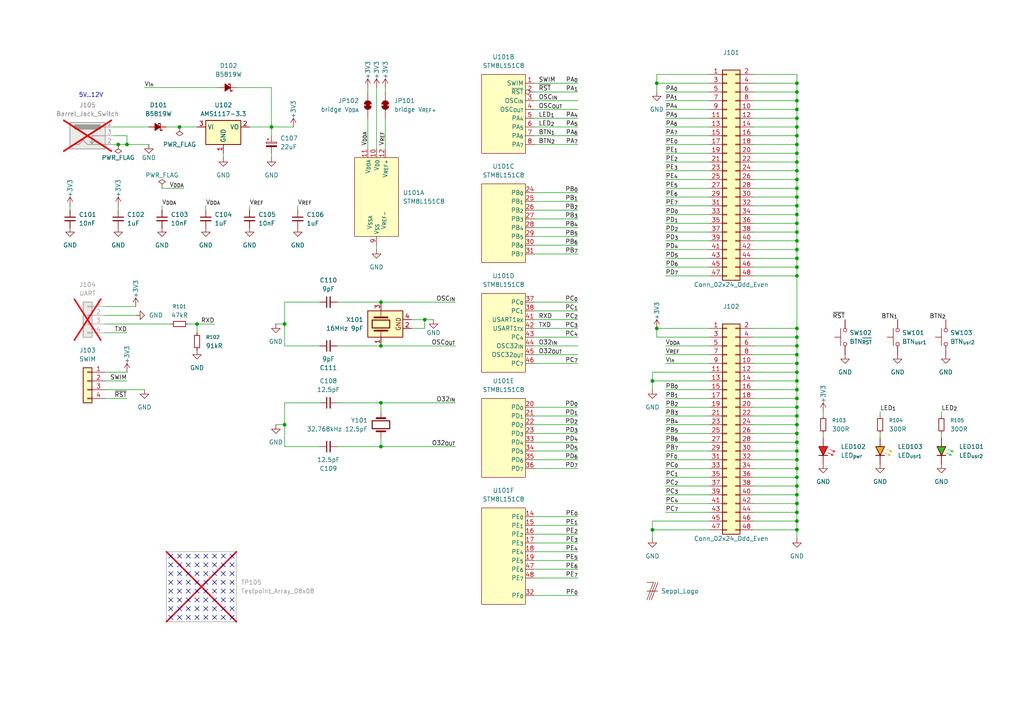
<source format=kicad_sch>
(kicad_sch
	(version 20250114)
	(generator "eeschema")
	(generator_version "9.0")
	(uuid "1c1a2d34-3b16-43ae-b476-103d99852114")
	(paper "A4")
	
	(text "5V..12V"
		(exclude_from_sim no)
		(at 26.416 27.686 0)
		(effects
			(font
				(size 1.27 1.27)
			)
		)
		(uuid "2c365476-d9a7-4e22-9c9c-0cd5b28cdef6")
	)
	(junction
		(at 231.14 102.87)
		(diameter 0)
		(color 0 0 0 0)
		(uuid "058bb74f-3ef7-4983-8213-0d960011ade8")
	)
	(junction
		(at 231.14 138.43)
		(diameter 0)
		(color 0 0 0 0)
		(uuid "068d380c-f887-4ef8-b8f2-3effc8f40bfb")
	)
	(junction
		(at 190.5 95.25)
		(diameter 0)
		(color 0 0 0 0)
		(uuid "0ac79a35-eb36-4e8c-a171-e6c0f99d1d69")
	)
	(junction
		(at 110.49 87.63)
		(diameter 0)
		(color 0 0 0 0)
		(uuid "0f00f5f2-4735-4236-a573-d810872371dd")
	)
	(junction
		(at 231.14 118.11)
		(diameter 0)
		(color 0 0 0 0)
		(uuid "10121bca-3e53-4967-b9d2-c62870b73a03")
	)
	(junction
		(at 189.23 110.49)
		(diameter 0)
		(color 0 0 0 0)
		(uuid "1737cf36-4d98-43eb-87a6-305f1edd5143")
	)
	(junction
		(at 57.15 93.98)
		(diameter 0)
		(color 0 0 0 0)
		(uuid "1a6d1a34-9244-424b-9283-7379cb3e8458")
	)
	(junction
		(at 231.14 67.31)
		(diameter 0)
		(color 0 0 0 0)
		(uuid "1eff2af4-6e23-4652-b283-3a2a350b277f")
	)
	(junction
		(at 231.14 52.07)
		(diameter 0)
		(color 0 0 0 0)
		(uuid "249f647c-809c-4556-9760-8e1c20ba1a19")
	)
	(junction
		(at 231.14 107.95)
		(diameter 0)
		(color 0 0 0 0)
		(uuid "2e6c09e4-691c-46a8-a43c-91e1b20716c8")
	)
	(junction
		(at 231.14 97.79)
		(diameter 0)
		(color 0 0 0 0)
		(uuid "2e89aa11-d4ea-4ff8-831c-3b999127fdff")
	)
	(junction
		(at 231.14 24.13)
		(diameter 0)
		(color 0 0 0 0)
		(uuid "314f6509-28f9-44a4-8ddb-34429c03b428")
	)
	(junction
		(at 231.14 77.47)
		(diameter 0)
		(color 0 0 0 0)
		(uuid "348f0d29-0ef8-47ec-9a73-152eaa28e2f4")
	)
	(junction
		(at 231.14 135.89)
		(diameter 0)
		(color 0 0 0 0)
		(uuid "39fab30c-0e11-4721-9001-e4058f6f1201")
	)
	(junction
		(at 231.14 80.01)
		(diameter 0)
		(color 0 0 0 0)
		(uuid "3da90d9f-aa2c-4a72-a772-48ddd4036e18")
	)
	(junction
		(at 190.5 24.13)
		(diameter 0)
		(color 0 0 0 0)
		(uuid "40f4b3ce-790f-4d15-826e-b571310542b5")
	)
	(junction
		(at 110.49 116.84)
		(diameter 0)
		(color 0 0 0 0)
		(uuid "4a65be1a-d119-4249-b378-f74afe6cf55a")
	)
	(junction
		(at 78.74 36.83)
		(diameter 0)
		(color 0 0 0 0)
		(uuid "4b279e5f-cef9-4e4f-b063-34595eec26d2")
	)
	(junction
		(at 231.14 39.37)
		(diameter 0)
		(color 0 0 0 0)
		(uuid "4fc3221f-0120-41ef-becd-a04ca76ea53c")
	)
	(junction
		(at 231.14 31.75)
		(diameter 0)
		(color 0 0 0 0)
		(uuid "524c5a9c-3170-4387-816d-c6372c78d8fa")
	)
	(junction
		(at 231.14 41.91)
		(diameter 0)
		(color 0 0 0 0)
		(uuid "544da872-8b32-4378-b1f5-f220aff3f32e")
	)
	(junction
		(at 231.14 110.49)
		(diameter 0)
		(color 0 0 0 0)
		(uuid "58d7128c-b6dd-4dec-a5b8-d490da3615be")
	)
	(junction
		(at 231.14 123.19)
		(diameter 0)
		(color 0 0 0 0)
		(uuid "6059816e-e38c-466b-82cf-0b9c74945bb1")
	)
	(junction
		(at 82.55 93.98)
		(diameter 0)
		(color 0 0 0 0)
		(uuid "626a53cc-43fa-454d-91ea-9a7bf65d4547")
	)
	(junction
		(at 231.14 59.69)
		(diameter 0)
		(color 0 0 0 0)
		(uuid "69c6aa1e-9bc3-4585-aaee-63f5137b8ad1")
	)
	(junction
		(at 231.14 54.61)
		(diameter 0)
		(color 0 0 0 0)
		(uuid "6b39a072-e276-4fa7-8910-99c05a58f98c")
	)
	(junction
		(at 231.14 151.13)
		(diameter 0)
		(color 0 0 0 0)
		(uuid "719f2afb-ac33-42c8-887b-d644381a033a")
	)
	(junction
		(at 231.14 133.35)
		(diameter 0)
		(color 0 0 0 0)
		(uuid "7beda794-9b63-4eef-b37b-b0defdbf1ad2")
	)
	(junction
		(at 231.14 49.53)
		(diameter 0)
		(color 0 0 0 0)
		(uuid "7e0a3200-b294-43b5-a08d-7cba0c101884")
	)
	(junction
		(at 231.14 74.93)
		(diameter 0)
		(color 0 0 0 0)
		(uuid "7f31df69-9671-4790-89a2-1295cb1d8f7b")
	)
	(junction
		(at 82.55 123.19)
		(diameter 0)
		(color 0 0 0 0)
		(uuid "84cf6980-1f31-4198-a3aa-8376c9b9a707")
	)
	(junction
		(at 231.14 44.45)
		(diameter 0)
		(color 0 0 0 0)
		(uuid "85b80094-dba9-4e6b-8579-07af9feeade9")
	)
	(junction
		(at 231.14 143.51)
		(diameter 0)
		(color 0 0 0 0)
		(uuid "881b10db-5690-4f9c-af96-28c88f5886bb")
	)
	(junction
		(at 231.14 72.39)
		(diameter 0)
		(color 0 0 0 0)
		(uuid "9911d175-542f-4457-853e-d8845e847e93")
	)
	(junction
		(at 231.14 115.57)
		(diameter 0)
		(color 0 0 0 0)
		(uuid "9dff47b3-1c00-47ae-9ce9-ee94f222a6fc")
	)
	(junction
		(at 231.14 46.99)
		(diameter 0)
		(color 0 0 0 0)
		(uuid "a3f8701a-946c-4a4f-8981-6b8c24b4ac2a")
	)
	(junction
		(at 231.14 130.81)
		(diameter 0)
		(color 0 0 0 0)
		(uuid "a7668db6-7635-49dc-9bce-5534713f924f")
	)
	(junction
		(at 231.14 120.65)
		(diameter 0)
		(color 0 0 0 0)
		(uuid "a76fbe5e-aaef-4fd3-b1b3-c24a8028d460")
	)
	(junction
		(at 52.07 36.83)
		(diameter 0)
		(color 0 0 0 0)
		(uuid "ab13d6b0-0f6f-4b75-948b-2a62b4d91923")
	)
	(junction
		(at 231.14 105.41)
		(diameter 0)
		(color 0 0 0 0)
		(uuid "ab17cc4b-ef2b-4049-8887-64a3d108c965")
	)
	(junction
		(at 231.14 113.03)
		(diameter 0)
		(color 0 0 0 0)
		(uuid "ac7cb6f7-5fe0-407b-821d-1184ed09ed74")
	)
	(junction
		(at 189.23 153.67)
		(diameter 0)
		(color 0 0 0 0)
		(uuid "b3101a08-0401-41da-9f52-4ad8218a0ac5")
	)
	(junction
		(at 231.14 29.21)
		(diameter 0)
		(color 0 0 0 0)
		(uuid "c2caf89f-22dc-44c9-be84-401158289a47")
	)
	(junction
		(at 34.29 41.91)
		(diameter 0)
		(color 0 0 0 0)
		(uuid "c39db28e-264e-42df-93d5-cab564e6a268")
	)
	(junction
		(at 231.14 36.83)
		(diameter 0)
		(color 0 0 0 0)
		(uuid "c7f47568-682f-490d-88a7-4efc553c2739")
	)
	(junction
		(at 231.14 64.77)
		(diameter 0)
		(color 0 0 0 0)
		(uuid "cc514ae3-e6ac-4c7e-818b-375e658cb2fe")
	)
	(junction
		(at 231.14 95.25)
		(diameter 0)
		(color 0 0 0 0)
		(uuid "cd9a06f1-f95c-4317-8e51-b8156646eec6")
	)
	(junction
		(at 231.14 128.27)
		(diameter 0)
		(color 0 0 0 0)
		(uuid "d0347342-13b5-4c05-9b8a-0700907fe374")
	)
	(junction
		(at 231.14 140.97)
		(diameter 0)
		(color 0 0 0 0)
		(uuid "d5f6b8b3-cb84-4307-8984-07aa089a53a2")
	)
	(junction
		(at 36.83 41.91)
		(diameter 0)
		(color 0 0 0 0)
		(uuid "dec8db9c-e3a8-4390-bdf8-c9ec5ed90841")
	)
	(junction
		(at 231.14 148.59)
		(diameter 0)
		(color 0 0 0 0)
		(uuid "e3cb0dca-f7a5-4b02-97ea-974773b05042")
	)
	(junction
		(at 231.14 57.15)
		(diameter 0)
		(color 0 0 0 0)
		(uuid "e58bdcaf-6bdb-4504-b0e6-c6dfb111eb47")
	)
	(junction
		(at 231.14 125.73)
		(diameter 0)
		(color 0 0 0 0)
		(uuid "e65ecd0c-431c-41f6-a8b9-5b9704a34aad")
	)
	(junction
		(at 110.49 100.33)
		(diameter 0)
		(color 0 0 0 0)
		(uuid "e69a0f14-586d-4bc7-a09b-9de2f48b611f")
	)
	(junction
		(at 231.14 34.29)
		(diameter 0)
		(color 0 0 0 0)
		(uuid "e8045218-45eb-47a3-ba4f-021a8ce94aff")
	)
	(junction
		(at 231.14 69.85)
		(diameter 0)
		(color 0 0 0 0)
		(uuid "ea7df971-f3e6-47fe-ae73-6b6df0b79be7")
	)
	(junction
		(at 231.14 26.67)
		(diameter 0)
		(color 0 0 0 0)
		(uuid "ea9b0258-7f1f-4f8c-83ba-22a4c913bbca")
	)
	(junction
		(at 110.49 129.54)
		(diameter 0)
		(color 0 0 0 0)
		(uuid "f6eddf8a-9490-4aec-8e53-3f6634e2362e")
	)
	(junction
		(at 231.14 100.33)
		(diameter 0)
		(color 0 0 0 0)
		(uuid "f8253089-1422-42c5-bef7-7bd23f04e562")
	)
	(junction
		(at 123.19 92.71)
		(diameter 0)
		(color 0 0 0 0)
		(uuid "fa3aeab1-5cfa-4136-bdeb-7a648b4728f7")
	)
	(junction
		(at 231.14 153.67)
		(diameter 0)
		(color 0 0 0 0)
		(uuid "fc61eba6-f114-431f-a43b-0c9e9289b0c9")
	)
	(junction
		(at 231.14 62.23)
		(diameter 0)
		(color 0 0 0 0)
		(uuid "fd2c172c-1c2a-4854-ad57-a4ff575619c0")
	)
	(junction
		(at 231.14 146.05)
		(diameter 0)
		(color 0 0 0 0)
		(uuid "fdae9c8f-4cea-48a7-bf0d-be0c15989c34")
	)
	(no_connect
		(at 62.23 161.29)
		(uuid "062059cc-016d-4041-8847-985f675e9b93")
	)
	(no_connect
		(at 64.77 171.45)
		(uuid "073cda88-966a-49c0-93ef-69306d4eafaf")
	)
	(no_connect
		(at 67.31 168.91)
		(uuid "098d1aa2-4def-4d18-ab48-275c87b2fc99")
	)
	(no_connect
		(at 59.69 171.45)
		(uuid "0a058b36-811c-4a3e-9908-de90c02e17d7")
	)
	(no_connect
		(at 52.07 163.83)
		(uuid "0b5d222c-a1d2-4fce-99fd-cdfbba2d021e")
	)
	(no_connect
		(at 54.61 173.99)
		(uuid "0dc3dec1-d398-45fd-a6a6-c8c4b41348e6")
	)
	(no_connect
		(at 62.23 171.45)
		(uuid "10b608c0-423d-4613-81bd-50f24f6bbe66")
	)
	(no_connect
		(at 49.53 176.53)
		(uuid "1110c19e-c495-4a2a-b4c2-51e16c9b0abf")
	)
	(no_connect
		(at 67.31 176.53)
		(uuid "14cfc4a3-d5b5-4f99-9a5b-5d5c0dd8cadb")
	)
	(no_connect
		(at 64.77 166.37)
		(uuid "15bc546e-5439-4335-beb6-9b5922daab0f")
	)
	(no_connect
		(at 59.69 179.07)
		(uuid "16a85de3-9141-4e32-86e2-7dcce6f8df85")
	)
	(no_connect
		(at 57.15 173.99)
		(uuid "16f49f5f-fe2c-447c-9621-58a84c0a05f9")
	)
	(no_connect
		(at 54.61 163.83)
		(uuid "19c83965-bcd2-4877-9f66-453f03abda3f")
	)
	(no_connect
		(at 49.53 161.29)
		(uuid "291a66fe-bfa3-4fa4-afb6-08d43c52baea")
	)
	(no_connect
		(at 52.07 166.37)
		(uuid "2d6342d7-d6df-4bc1-8752-4ecec2402da9")
	)
	(no_connect
		(at 52.07 168.91)
		(uuid "37bd34b9-0f1a-424a-9869-c21760f406c6")
	)
	(no_connect
		(at 67.31 166.37)
		(uuid "3bc9faaf-2693-4fb1-ba62-828913cc66aa")
	)
	(no_connect
		(at 67.31 179.07)
		(uuid "40120976-fe42-4006-b58c-7c5cd818c768")
	)
	(no_connect
		(at 49.53 179.07)
		(uuid "501d3868-0822-4734-a328-01db88f12884")
	)
	(no_connect
		(at 49.53 173.99)
		(uuid "50d66d22-b091-4183-b702-611ddcb2be03")
	)
	(no_connect
		(at 52.07 161.29)
		(uuid "5b1bf99f-9458-43c4-8dc8-a2e0832e2549")
	)
	(no_connect
		(at 62.23 163.83)
		(uuid "5ce72443-34dc-44b5-8b85-a582c22937a7")
	)
	(no_connect
		(at 52.07 179.07)
		(uuid "5f566c4d-9a85-4207-8503-d1b4599b7653")
	)
	(no_connect
		(at 59.69 176.53)
		(uuid "5fcd5f22-1183-4b60-8423-c93992d6d801")
	)
	(no_connect
		(at 54.61 179.07)
		(uuid "63ac88c4-8113-4a28-af05-c91910a0b60e")
	)
	(no_connect
		(at 49.53 166.37)
		(uuid "65f02f81-a2c0-40a7-9c9f-e81e6d24baa0")
	)
	(no_connect
		(at 67.31 171.45)
		(uuid "6680e94d-c6b6-41bc-8ead-a77526ccf03c")
	)
	(no_connect
		(at 62.23 179.07)
		(uuid "66ce96a1-6d81-4220-abda-badcf9f5fb0a")
	)
	(no_connect
		(at 62.23 166.37)
		(uuid "6b43ad69-8379-420d-98d9-3aae0887eecd")
	)
	(no_connect
		(at 52.07 171.45)
		(uuid "6ecee417-fc3e-48d0-8007-bc45e2e547c2")
	)
	(no_connect
		(at 59.69 168.91)
		(uuid "74dd00b9-53c2-4979-a75b-7490ea4d63d6")
	)
	(no_connect
		(at 54.61 171.45)
		(uuid "7dc45a5d-6886-4765-b124-fc810db98c97")
	)
	(no_connect
		(at 64.77 168.91)
		(uuid "8024ff69-c1a7-42cc-93f6-f112b0adfba2")
	)
	(no_connect
		(at 52.07 176.53)
		(uuid "80cac7e3-8bc7-4b25-a53b-6ef36b0ecbe3")
	)
	(no_connect
		(at 57.15 176.53)
		(uuid "8a9d23d3-654b-4f10-9b6f-54bae2d3032d")
	)
	(no_connect
		(at 64.77 179.07)
		(uuid "8d216494-8561-42a9-b734-41643e37a840")
	)
	(no_connect
		(at 57.15 168.91)
		(uuid "95ef9966-fa96-4de0-ac7b-1a325cd37424")
	)
	(no_connect
		(at 49.53 168.91)
		(uuid "973a81e1-d746-4677-806a-f886ca412ae4")
	)
	(no_connect
		(at 57.15 161.29)
		(uuid "974f81ba-c07a-4897-96fb-1980f7a0a5bc")
	)
	(no_connect
		(at 57.15 166.37)
		(uuid "9a9d33a4-0e86-42db-b2b3-3b515b485d72")
	)
	(no_connect
		(at 59.69 166.37)
		(uuid "a00b0209-be96-439f-9de0-cd664b96d18a")
	)
	(no_connect
		(at 67.31 173.99)
		(uuid "a7e1fa1b-d0c4-463d-8e12-1f56862df6e0")
	)
	(no_connect
		(at 64.77 163.83)
		(uuid "ac23d17c-8576-4c77-b057-9e9243462288")
	)
	(no_connect
		(at 49.53 163.83)
		(uuid "ad6e4b16-2746-4432-b9c8-4d2eeddb4574")
	)
	(no_connect
		(at 64.77 173.99)
		(uuid "aea50812-8beb-4ff2-b911-51427789f34a")
	)
	(no_connect
		(at 62.23 168.91)
		(uuid "b4c3c338-96a1-4d2d-b62b-0875034ea0c1")
	)
	(no_connect
		(at 59.69 161.29)
		(uuid "bf9f70f2-8bd1-4e0a-8036-f1248db64d4f")
	)
	(no_connect
		(at 59.69 163.83)
		(uuid "c064ac6a-896b-4031-8b5b-50c9d087f9f7")
	)
	(no_connect
		(at 67.31 163.83)
		(uuid "c22e5dbd-52c9-4d75-a538-08d0ceefaef2")
	)
	(no_connect
		(at 52.07 173.99)
		(uuid "c3953a75-bf72-4881-b17e-2690f5366cfe")
	)
	(no_connect
		(at 54.61 166.37)
		(uuid "c44b0c7d-3682-4a7a-ab72-7573e6acfe55")
	)
	(no_connect
		(at 59.69 173.99)
		(uuid "c54a235e-69f6-4929-8bce-041c99b27385")
	)
	(no_connect
		(at 54.61 161.29)
		(uuid "c7f228eb-4c67-4bac-a7f5-b549e23250d8")
	)
	(no_connect
		(at 64.77 161.29)
		(uuid "d19fac6b-761a-47a8-9097-4de39331c1ab")
	)
	(no_connect
		(at 62.23 173.99)
		(uuid "d1bd45cf-2b0c-4694-8bf8-3d22dacee315")
	)
	(no_connect
		(at 57.15 171.45)
		(uuid "db95ecaf-027b-49f2-b134-ccc89699f00e")
	)
	(no_connect
		(at 54.61 168.91)
		(uuid "e06d6bee-2452-4811-96cf-0a90ced89a7c")
	)
	(no_connect
		(at 57.15 179.07)
		(uuid "eb51cc8a-9a8d-4e87-909c-bbe8ad7a2caa")
	)
	(no_connect
		(at 49.53 171.45)
		(uuid "ebe3dbd6-da45-4143-b1c6-e9b5e575d17a")
	)
	(no_connect
		(at 54.61 176.53)
		(uuid "ec8e710f-d412-4f28-bcf4-d3bf211c90cb")
	)
	(no_connect
		(at 57.15 163.83)
		(uuid "f2565d60-023b-420d-84b7-1b84553f4859")
	)
	(no_connect
		(at 67.31 161.29)
		(uuid "f6322897-5cd8-4ead-b193-15407d37c02a")
	)
	(no_connect
		(at 64.77 176.53)
		(uuid "fbf4bc33-9ad8-4adf-8eb6-3e6c459f555c")
	)
	(no_connect
		(at 62.23 176.53)
		(uuid "ff290213-2758-4a10-9b80-8254749f6cf8")
	)
	(wire
		(pts
			(xy 33.02 39.37) (xy 36.83 39.37)
		)
		(stroke
			(width 0)
			(type default)
		)
		(uuid "00cc1e45-cc46-4c18-bdc8-0b28d5db5bc0")
	)
	(wire
		(pts
			(xy 39.37 88.9) (xy 30.48 88.9)
		)
		(stroke
			(width 0)
			(type default)
		)
		(uuid "01e876b7-849d-48f0-9d24-dd8b86022e22")
	)
	(wire
		(pts
			(xy 193.04 64.77) (xy 205.74 64.77)
		)
		(stroke
			(width 0)
			(type default)
		)
		(uuid "01f90b82-73e6-496b-aa6b-98f4c6f79c79")
	)
	(wire
		(pts
			(xy 218.44 113.03) (xy 231.14 113.03)
		)
		(stroke
			(width 0)
			(type default)
		)
		(uuid "02771076-6bc1-4ef1-9a8f-6f7e17f9e298")
	)
	(wire
		(pts
			(xy 154.94 157.48) (xy 167.64 157.48)
		)
		(stroke
			(width 0)
			(type default)
		)
		(uuid "030578c4-9406-4fab-a7d9-561b7a71477e")
	)
	(wire
		(pts
			(xy 218.44 133.35) (xy 231.14 133.35)
		)
		(stroke
			(width 0)
			(type default)
		)
		(uuid "038baede-3ea5-4388-98f4-006830cdc28c")
	)
	(wire
		(pts
			(xy 97.79 116.84) (xy 110.49 116.84)
		)
		(stroke
			(width 0)
			(type default)
		)
		(uuid "0522c826-a3f9-4b51-ad39-86f161473a9a")
	)
	(wire
		(pts
			(xy 193.04 105.41) (xy 205.74 105.41)
		)
		(stroke
			(width 0)
			(type default)
		)
		(uuid "0545ce5d-02cf-4316-adc7-4beab4afee6c")
	)
	(wire
		(pts
			(xy 193.04 49.53) (xy 205.74 49.53)
		)
		(stroke
			(width 0)
			(type default)
		)
		(uuid "0548b756-f8e7-4951-9675-a65c41aae2ff")
	)
	(wire
		(pts
			(xy 193.04 115.57) (xy 205.74 115.57)
		)
		(stroke
			(width 0)
			(type default)
		)
		(uuid "06d5fd91-8f5f-489d-9e24-07fc0cb8d3fc")
	)
	(wire
		(pts
			(xy 190.5 21.59) (xy 205.74 21.59)
		)
		(stroke
			(width 0)
			(type default)
		)
		(uuid "06e4041c-f313-40eb-a915-da445f626ba7")
	)
	(wire
		(pts
			(xy 154.94 58.42) (xy 167.64 58.42)
		)
		(stroke
			(width 0)
			(type default)
		)
		(uuid "06f01035-ce44-4456-a0e1-86afbc7815b8")
	)
	(wire
		(pts
			(xy 80.01 123.19) (xy 82.55 123.19)
		)
		(stroke
			(width 0)
			(type default)
		)
		(uuid "07bb2d10-498d-4acf-b0a8-84af65abb78a")
	)
	(wire
		(pts
			(xy 189.23 151.13) (xy 205.74 151.13)
		)
		(stroke
			(width 0)
			(type default)
		)
		(uuid "0a0d26a1-743f-4751-b917-c64c0c23edc5")
	)
	(wire
		(pts
			(xy 72.39 59.69) (xy 72.39 60.96)
		)
		(stroke
			(width 0)
			(type default)
		)
		(uuid "0b40e4dd-f192-4ae5-9b39-8d99cd7af178")
	)
	(wire
		(pts
			(xy 273.05 125.73) (xy 273.05 127)
		)
		(stroke
			(width 0)
			(type default)
		)
		(uuid "0df80a74-cff0-4962-a41e-4da2de481367")
	)
	(wire
		(pts
			(xy 193.04 29.21) (xy 205.74 29.21)
		)
		(stroke
			(width 0)
			(type default)
		)
		(uuid "0e3a6531-c833-4eaa-9eb7-0c8c9d9b8e46")
	)
	(wire
		(pts
			(xy 154.94 162.56) (xy 167.64 162.56)
		)
		(stroke
			(width 0)
			(type default)
		)
		(uuid "0e5e5225-e8ac-4c83-8796-3b6fec09716d")
	)
	(wire
		(pts
			(xy 231.14 120.65) (xy 231.14 118.11)
		)
		(stroke
			(width 0)
			(type default)
		)
		(uuid "1091edce-91ca-403b-8f52-dce24edcbd52")
	)
	(wire
		(pts
			(xy 218.44 39.37) (xy 231.14 39.37)
		)
		(stroke
			(width 0)
			(type default)
		)
		(uuid "13859e43-11fe-49c3-9063-73de60c0b31c")
	)
	(wire
		(pts
			(xy 82.55 87.63) (xy 82.55 93.98)
		)
		(stroke
			(width 0)
			(type default)
		)
		(uuid "1521a565-afb3-46bc-b7bc-467131cc4acc")
	)
	(wire
		(pts
			(xy 106.68 25.4) (xy 106.68 26.67)
		)
		(stroke
			(width 0)
			(type default)
		)
		(uuid "16764541-7e98-44c5-87c0-46706e000c7c")
	)
	(wire
		(pts
			(xy 154.94 133.35) (xy 167.64 133.35)
		)
		(stroke
			(width 0)
			(type default)
		)
		(uuid "1680e568-f952-48d0-8f20-e2066e7633a1")
	)
	(wire
		(pts
			(xy 82.55 116.84) (xy 82.55 123.19)
		)
		(stroke
			(width 0)
			(type default)
		)
		(uuid "16ab5d1e-2ae4-4efe-aa54-936caefebbce")
	)
	(wire
		(pts
			(xy 231.14 59.69) (xy 231.14 57.15)
		)
		(stroke
			(width 0)
			(type default)
		)
		(uuid "17287838-7f74-4235-8596-2ebb40d5b5f8")
	)
	(wire
		(pts
			(xy 218.44 143.51) (xy 231.14 143.51)
		)
		(stroke
			(width 0)
			(type default)
		)
		(uuid "17b4578a-9fde-4164-908c-9721129fbb4d")
	)
	(wire
		(pts
			(xy 82.55 100.33) (xy 92.71 100.33)
		)
		(stroke
			(width 0)
			(type default)
		)
		(uuid "18b4c274-e70e-4053-9150-47acb934b7c7")
	)
	(wire
		(pts
			(xy 190.5 21.59) (xy 190.5 24.13)
		)
		(stroke
			(width 0)
			(type default)
		)
		(uuid "18bf76cc-fb56-4ad4-9d78-fa728ead65f7")
	)
	(wire
		(pts
			(xy 193.04 62.23) (xy 205.74 62.23)
		)
		(stroke
			(width 0)
			(type default)
		)
		(uuid "1b611e61-6513-4d44-bc4d-0f5dfc73071b")
	)
	(wire
		(pts
			(xy 111.76 25.4) (xy 111.76 26.67)
		)
		(stroke
			(width 0)
			(type default)
		)
		(uuid "1b799b42-8b77-4200-b8d6-df1298955bd8")
	)
	(wire
		(pts
			(xy 231.14 57.15) (xy 231.14 54.61)
		)
		(stroke
			(width 0)
			(type default)
		)
		(uuid "1ca4fbe5-989c-48cb-9e21-6e998ddd8cf2")
	)
	(wire
		(pts
			(xy 72.39 36.83) (xy 78.74 36.83)
		)
		(stroke
			(width 0)
			(type default)
		)
		(uuid "1cceedf3-ac7e-4f12-ab3d-efe9df7719e9")
	)
	(wire
		(pts
			(xy 189.23 153.67) (xy 189.23 156.21)
		)
		(stroke
			(width 0)
			(type default)
		)
		(uuid "1dda387b-ffc7-4cec-9163-08c544a8732c")
	)
	(wire
		(pts
			(xy 36.83 41.91) (xy 34.29 41.91)
		)
		(stroke
			(width 0)
			(type default)
		)
		(uuid "1ed8108a-dc1a-407e-9a0a-9e147f7b4444")
	)
	(wire
		(pts
			(xy 218.44 110.49) (xy 231.14 110.49)
		)
		(stroke
			(width 0)
			(type default)
		)
		(uuid "1f63fea3-7d60-4f8d-b9f2-e588c808b7c4")
	)
	(wire
		(pts
			(xy 231.14 107.95) (xy 231.14 105.41)
		)
		(stroke
			(width 0)
			(type default)
		)
		(uuid "1fa59f5e-40f5-409b-985d-5a6782b38ac8")
	)
	(wire
		(pts
			(xy 68.58 25.4) (xy 78.74 25.4)
		)
		(stroke
			(width 0)
			(type default)
		)
		(uuid "20c21d62-5682-4557-a4fc-c08ca1affa6b")
	)
	(wire
		(pts
			(xy 82.55 93.98) (xy 82.55 100.33)
		)
		(stroke
			(width 0)
			(type default)
		)
		(uuid "21589657-5c35-42e6-84b8-3d9343641187")
	)
	(wire
		(pts
			(xy 255.27 119.38) (xy 255.27 120.65)
		)
		(stroke
			(width 0)
			(type default)
		)
		(uuid "222f152a-bf45-4688-9772-b49475e1434b")
	)
	(wire
		(pts
			(xy 193.04 123.19) (xy 205.74 123.19)
		)
		(stroke
			(width 0)
			(type default)
		)
		(uuid "22fb934b-302f-4f4c-9a51-b0da7f1bfcf1")
	)
	(wire
		(pts
			(xy 30.48 93.98) (xy 49.53 93.98)
		)
		(stroke
			(width 0)
			(type default)
		)
		(uuid "23634798-df81-4bf7-9997-5d4d2114e529")
	)
	(wire
		(pts
			(xy 190.5 24.13) (xy 205.74 24.13)
		)
		(stroke
			(width 0)
			(type default)
		)
		(uuid "23ca2ba4-a01f-43da-87e6-b753a2aba6e4")
	)
	(wire
		(pts
			(xy 154.94 100.33) (xy 167.64 100.33)
		)
		(stroke
			(width 0)
			(type default)
		)
		(uuid "256b2ec0-1a91-4c9e-b970-fe3785b08a2e")
	)
	(wire
		(pts
			(xy 193.04 36.83) (xy 205.74 36.83)
		)
		(stroke
			(width 0)
			(type default)
		)
		(uuid "25ddede4-3190-4ec6-99ce-ed36223f7c8a")
	)
	(wire
		(pts
			(xy 231.14 102.87) (xy 231.14 100.33)
		)
		(stroke
			(width 0)
			(type default)
		)
		(uuid "26640abe-c791-4a3d-b795-cbafa6f88393")
	)
	(wire
		(pts
			(xy 193.04 57.15) (xy 205.74 57.15)
		)
		(stroke
			(width 0)
			(type default)
		)
		(uuid "2681196a-57da-4d1a-921f-2e0b4620c089")
	)
	(wire
		(pts
			(xy 218.44 128.27) (xy 231.14 128.27)
		)
		(stroke
			(width 0)
			(type default)
		)
		(uuid "26b83d4c-1a4f-49d6-9c49-3650bc42592c")
	)
	(wire
		(pts
			(xy 231.14 80.01) (xy 231.14 95.25)
		)
		(stroke
			(width 0)
			(type default)
		)
		(uuid "272267b9-f606-466f-961b-9ba192e891e0")
	)
	(wire
		(pts
			(xy 82.55 129.54) (xy 92.71 129.54)
		)
		(stroke
			(width 0)
			(type default)
		)
		(uuid "280111f2-579a-4b88-b46b-106d900fe6ae")
	)
	(wire
		(pts
			(xy 231.14 143.51) (xy 231.14 140.97)
		)
		(stroke
			(width 0)
			(type default)
		)
		(uuid "28a0f18c-109c-406d-9c9d-ebe22180c8b6")
	)
	(wire
		(pts
			(xy 231.14 49.53) (xy 231.14 46.99)
		)
		(stroke
			(width 0)
			(type default)
		)
		(uuid "29996d8c-b2bc-42c0-b102-ea375b90ff1f")
	)
	(wire
		(pts
			(xy 30.48 91.44) (xy 39.37 91.44)
		)
		(stroke
			(width 0)
			(type default)
		)
		(uuid "2b9fce59-2793-42d8-8c68-d34a3e6aeb4b")
	)
	(wire
		(pts
			(xy 189.23 107.95) (xy 205.74 107.95)
		)
		(stroke
			(width 0)
			(type default)
		)
		(uuid "356187ed-86db-40fb-91d2-ad3e2060485c")
	)
	(wire
		(pts
			(xy 231.14 156.21) (xy 231.14 153.67)
		)
		(stroke
			(width 0)
			(type default)
		)
		(uuid "364b9d6f-a9c6-4461-9afd-14fec43de17d")
	)
	(wire
		(pts
			(xy 193.04 140.97) (xy 205.74 140.97)
		)
		(stroke
			(width 0)
			(type default)
		)
		(uuid "370d2841-dedc-4ff4-b20f-aef68a5005fd")
	)
	(wire
		(pts
			(xy 218.44 95.25) (xy 231.14 95.25)
		)
		(stroke
			(width 0)
			(type default)
		)
		(uuid "3713efe3-795c-40ee-b0ce-d7ea69372939")
	)
	(wire
		(pts
			(xy 189.23 153.67) (xy 205.74 153.67)
		)
		(stroke
			(width 0)
			(type default)
		)
		(uuid "3801a83b-0edd-4e55-94ce-69df71fd37f3")
	)
	(wire
		(pts
			(xy 109.22 72.39) (xy 109.22 71.12)
		)
		(stroke
			(width 0)
			(type default)
		)
		(uuid "3810f91c-588b-4e5c-b924-690e27113a38")
	)
	(wire
		(pts
			(xy 231.14 34.29) (xy 231.14 31.75)
		)
		(stroke
			(width 0)
			(type default)
		)
		(uuid "381fde18-cb8b-4467-a5e6-2ab8adefef38")
	)
	(wire
		(pts
			(xy 231.14 128.27) (xy 231.14 125.73)
		)
		(stroke
			(width 0)
			(type default)
		)
		(uuid "3914315f-927c-49d6-a6b6-4e549fd6cd94")
	)
	(wire
		(pts
			(xy 218.44 44.45) (xy 231.14 44.45)
		)
		(stroke
			(width 0)
			(type default)
		)
		(uuid "3964da73-8233-4fc5-804f-fa749b480ee8")
	)
	(wire
		(pts
			(xy 193.04 69.85) (xy 205.74 69.85)
		)
		(stroke
			(width 0)
			(type default)
		)
		(uuid "3abb9088-65a8-4cd5-b893-c55068f8d011")
	)
	(wire
		(pts
			(xy 154.94 68.58) (xy 167.64 68.58)
		)
		(stroke
			(width 0)
			(type default)
		)
		(uuid "3ba74682-fa48-428a-ac6f-c71f67d4e223")
	)
	(wire
		(pts
			(xy 231.14 44.45) (xy 231.14 41.91)
		)
		(stroke
			(width 0)
			(type default)
		)
		(uuid "3c23ba0f-bf8e-47a9-9814-53d47d99fa49")
	)
	(wire
		(pts
			(xy 193.04 77.47) (xy 205.74 77.47)
		)
		(stroke
			(width 0)
			(type default)
		)
		(uuid "3c36479a-040d-45d5-8ff7-887a1d17570c")
	)
	(wire
		(pts
			(xy 231.14 151.13) (xy 231.14 148.59)
		)
		(stroke
			(width 0)
			(type default)
		)
		(uuid "3c3f9a22-da7a-4cf0-adff-4692dd2c0d38")
	)
	(wire
		(pts
			(xy 154.94 135.89) (xy 167.64 135.89)
		)
		(stroke
			(width 0)
			(type default)
		)
		(uuid "3cfa1536-83d6-4124-8a86-737f3abafdc5")
	)
	(wire
		(pts
			(xy 33.02 36.83) (xy 43.18 36.83)
		)
		(stroke
			(width 0)
			(type default)
		)
		(uuid "3d02c59e-ff52-4958-88ec-f6f12a30c6aa")
	)
	(wire
		(pts
			(xy 218.44 46.99) (xy 231.14 46.99)
		)
		(stroke
			(width 0)
			(type default)
		)
		(uuid "3d03f33d-709c-4124-918b-da0c8803bcbe")
	)
	(wire
		(pts
			(xy 231.14 24.13) (xy 231.14 21.59)
		)
		(stroke
			(width 0)
			(type default)
		)
		(uuid "3eff2f58-f34e-46df-9a3d-5bd42076af30")
	)
	(wire
		(pts
			(xy 154.94 97.79) (xy 167.64 97.79)
		)
		(stroke
			(width 0)
			(type default)
		)
		(uuid "3ffa1c38-3e01-4991-8b4a-475a55063090")
	)
	(wire
		(pts
			(xy 154.94 87.63) (xy 167.64 87.63)
		)
		(stroke
			(width 0)
			(type default)
		)
		(uuid "40d6dce5-0da4-488d-bb85-2db773c45d94")
	)
	(wire
		(pts
			(xy 190.5 97.79) (xy 205.74 97.79)
		)
		(stroke
			(width 0)
			(type default)
		)
		(uuid "42c8c2e2-552b-4a5f-b2fa-e3c5c7dee633")
	)
	(wire
		(pts
			(xy 110.49 129.54) (xy 132.08 129.54)
		)
		(stroke
			(width 0)
			(type default)
		)
		(uuid "4598b900-154b-4731-85b4-e6e3b443d446")
	)
	(wire
		(pts
			(xy 231.14 80.01) (xy 231.14 77.47)
		)
		(stroke
			(width 0)
			(type default)
		)
		(uuid "45ce3901-47a1-4bc1-a4c8-c4161d66c68c")
	)
	(wire
		(pts
			(xy 123.19 92.71) (xy 119.38 92.71)
		)
		(stroke
			(width 0)
			(type default)
		)
		(uuid "45f2ab88-995d-4865-8bb0-41c4cb2316bc")
	)
	(wire
		(pts
			(xy 154.94 102.87) (xy 167.64 102.87)
		)
		(stroke
			(width 0)
			(type default)
		)
		(uuid "4641377e-3fb1-47fe-87b9-7cdc70f3c802")
	)
	(wire
		(pts
			(xy 218.44 36.83) (xy 231.14 36.83)
		)
		(stroke
			(width 0)
			(type default)
		)
		(uuid "472f35c1-1d67-4260-93f1-23c1d66bfa15")
	)
	(wire
		(pts
			(xy 218.44 59.69) (xy 231.14 59.69)
		)
		(stroke
			(width 0)
			(type default)
		)
		(uuid "4810ce13-fa9a-486e-ad66-0be0f8dd4746")
	)
	(wire
		(pts
			(xy 190.5 24.13) (xy 190.5 26.67)
		)
		(stroke
			(width 0)
			(type default)
		)
		(uuid "48eca2b4-6acb-43a7-b1b3-f7762312ec1a")
	)
	(wire
		(pts
			(xy 218.44 148.59) (xy 231.14 148.59)
		)
		(stroke
			(width 0)
			(type default)
		)
		(uuid "4962018f-9624-44a9-b22f-b8267fca1291")
	)
	(wire
		(pts
			(xy 154.94 36.83) (xy 167.64 36.83)
		)
		(stroke
			(width 0)
			(type default)
		)
		(uuid "4ae798b9-f072-4a23-b353-e845aa383947")
	)
	(wire
		(pts
			(xy 154.94 120.65) (xy 167.64 120.65)
		)
		(stroke
			(width 0)
			(type default)
		)
		(uuid "4be19e91-1ce5-4077-89ee-8c80a869446a")
	)
	(wire
		(pts
			(xy 218.44 29.21) (xy 231.14 29.21)
		)
		(stroke
			(width 0)
			(type default)
		)
		(uuid "4d255ec9-7367-446c-8926-b581a67c37d7")
	)
	(wire
		(pts
			(xy 231.14 39.37) (xy 231.14 36.83)
		)
		(stroke
			(width 0)
			(type default)
		)
		(uuid "4d69bf90-1a74-4a3e-b8bb-29aa4ffeb09a")
	)
	(wire
		(pts
			(xy 64.77 45.72) (xy 64.77 44.45)
		)
		(stroke
			(width 0)
			(type default)
		)
		(uuid "505d569a-19da-4efc-954b-e8fb92e042cb")
	)
	(wire
		(pts
			(xy 218.44 74.93) (xy 231.14 74.93)
		)
		(stroke
			(width 0)
			(type default)
		)
		(uuid "51c63669-1f03-4ca9-bd78-a35632f9c1b6")
	)
	(wire
		(pts
			(xy 30.48 115.57) (xy 36.83 115.57)
		)
		(stroke
			(width 0)
			(type default)
		)
		(uuid "51d1bbd9-4269-49b2-9f6f-15d040a4408e")
	)
	(wire
		(pts
			(xy 193.04 54.61) (xy 205.74 54.61)
		)
		(stroke
			(width 0)
			(type default)
		)
		(uuid "5204c730-75ab-41f8-a8d2-54bd7ed9f5fd")
	)
	(wire
		(pts
			(xy 193.04 31.75) (xy 205.74 31.75)
		)
		(stroke
			(width 0)
			(type default)
		)
		(uuid "548c595d-ed30-46ec-95d7-cf85114611b6")
	)
	(wire
		(pts
			(xy 30.48 110.49) (xy 36.83 110.49)
		)
		(stroke
			(width 0)
			(type default)
		)
		(uuid "5588f5ad-5cab-49d4-9d03-f2503e17671d")
	)
	(wire
		(pts
			(xy 231.14 72.39) (xy 231.14 69.85)
		)
		(stroke
			(width 0)
			(type default)
		)
		(uuid "559742c1-e36e-42f0-a374-556b6a3daf1d")
	)
	(wire
		(pts
			(xy 231.14 31.75) (xy 231.14 29.21)
		)
		(stroke
			(width 0)
			(type default)
		)
		(uuid "5608d2de-d913-4d71-ba0f-678799fb9825")
	)
	(wire
		(pts
			(xy 36.83 39.37) (xy 36.83 41.91)
		)
		(stroke
			(width 0)
			(type default)
		)
		(uuid "58d0a959-db7c-493e-9068-d4579a6b988b")
	)
	(wire
		(pts
			(xy 218.44 26.67) (xy 231.14 26.67)
		)
		(stroke
			(width 0)
			(type default)
		)
		(uuid "58ec6db9-a695-4540-a858-3bdcff8def7e")
	)
	(wire
		(pts
			(xy 97.79 100.33) (xy 110.49 100.33)
		)
		(stroke
			(width 0)
			(type default)
		)
		(uuid "5a317496-4913-4970-b192-535fb8beefc3")
	)
	(wire
		(pts
			(xy 154.94 63.5) (xy 167.64 63.5)
		)
		(stroke
			(width 0)
			(type default)
		)
		(uuid "5c75cfae-06bf-40f3-953d-205151efb095")
	)
	(wire
		(pts
			(xy 154.94 95.25) (xy 167.64 95.25)
		)
		(stroke
			(width 0)
			(type default)
		)
		(uuid "5fa7492c-ac1c-471b-8ef6-feb72334a3e2")
	)
	(wire
		(pts
			(xy 231.14 36.83) (xy 231.14 34.29)
		)
		(stroke
			(width 0)
			(type default)
		)
		(uuid "5fefb59e-7803-4066-b911-2f4364db2a73")
	)
	(wire
		(pts
			(xy 231.14 62.23) (xy 231.14 59.69)
		)
		(stroke
			(width 0)
			(type default)
		)
		(uuid "60623b1c-dc76-475a-ba95-8e8819d17f64")
	)
	(wire
		(pts
			(xy 154.94 29.21) (xy 167.64 29.21)
		)
		(stroke
			(width 0)
			(type default)
		)
		(uuid "621d11d9-6227-4fc9-a36d-82fcfacade1a")
	)
	(wire
		(pts
			(xy 231.14 105.41) (xy 231.14 102.87)
		)
		(stroke
			(width 0)
			(type default)
		)
		(uuid "62327d9d-cebb-4eb3-b6a6-82faf1cece4c")
	)
	(wire
		(pts
			(xy 218.44 146.05) (xy 231.14 146.05)
		)
		(stroke
			(width 0)
			(type default)
		)
		(uuid "6268105e-8517-4da9-8645-febf659897c1")
	)
	(wire
		(pts
			(xy 154.94 149.86) (xy 167.64 149.86)
		)
		(stroke
			(width 0)
			(type default)
		)
		(uuid "62fb3ef7-689a-4acd-83d4-0c2bf8674da7")
	)
	(wire
		(pts
			(xy 154.94 41.91) (xy 167.64 41.91)
		)
		(stroke
			(width 0)
			(type default)
		)
		(uuid "636db592-2b76-4941-b6e4-b308f851e8bf")
	)
	(wire
		(pts
			(xy 193.04 133.35) (xy 205.74 133.35)
		)
		(stroke
			(width 0)
			(type default)
		)
		(uuid "64dd5794-1d6a-4129-98a5-6eaa3068faf7")
	)
	(wire
		(pts
			(xy 193.04 46.99) (xy 205.74 46.99)
		)
		(stroke
			(width 0)
			(type default)
		)
		(uuid "66623377-bcd2-4af7-b688-007253e79065")
	)
	(wire
		(pts
			(xy 20.32 59.69) (xy 20.32 60.96)
		)
		(stroke
			(width 0)
			(type default)
		)
		(uuid "667abb45-a9cc-4752-ae2c-c9228e4fe59d")
	)
	(wire
		(pts
			(xy 46.99 59.69) (xy 46.99 60.96)
		)
		(stroke
			(width 0)
			(type default)
		)
		(uuid "66b9ebfb-f5f5-4625-98ef-a91c738c9d0d")
	)
	(wire
		(pts
			(xy 154.94 154.94) (xy 167.64 154.94)
		)
		(stroke
			(width 0)
			(type default)
		)
		(uuid "6840ae85-20cb-4323-b856-a0313fe60a8e")
	)
	(wire
		(pts
			(xy 231.14 110.49) (xy 231.14 107.95)
		)
		(stroke
			(width 0)
			(type default)
		)
		(uuid "686d7634-8cbb-4d2d-8432-6b641440afac")
	)
	(wire
		(pts
			(xy 82.55 87.63) (xy 92.71 87.63)
		)
		(stroke
			(width 0)
			(type default)
		)
		(uuid "68c60794-cf7f-43aa-9871-0e0a8ead3758")
	)
	(wire
		(pts
			(xy 110.49 116.84) (xy 110.49 119.38)
		)
		(stroke
			(width 0)
			(type default)
		)
		(uuid "68df7346-ba39-41bb-8814-28508230b5db")
	)
	(wire
		(pts
			(xy 189.23 151.13) (xy 189.23 153.67)
		)
		(stroke
			(width 0)
			(type default)
		)
		(uuid "6abfcc2d-0aa7-4fbe-a2b8-dbc62884bdfc")
	)
	(wire
		(pts
			(xy 53.34 54.61) (xy 46.99 54.61)
		)
		(stroke
			(width 0)
			(type default)
		)
		(uuid "6b038165-6106-4cb8-aca9-bee040a22917")
	)
	(wire
		(pts
			(xy 218.44 49.53) (xy 231.14 49.53)
		)
		(stroke
			(width 0)
			(type default)
		)
		(uuid "6c92b1db-6480-4c91-827e-40cb9abc581c")
	)
	(wire
		(pts
			(xy 92.71 116.84) (xy 82.55 116.84)
		)
		(stroke
			(width 0)
			(type default)
		)
		(uuid "6d32e0c1-309c-462e-ba1f-f00a4f7c1bbc")
	)
	(wire
		(pts
			(xy 154.94 105.41) (xy 167.64 105.41)
		)
		(stroke
			(width 0)
			(type default)
		)
		(uuid "6e502f11-9b7d-43a7-9aa8-70de046f8643")
	)
	(wire
		(pts
			(xy 193.04 138.43) (xy 205.74 138.43)
		)
		(stroke
			(width 0)
			(type default)
		)
		(uuid "6f08eec6-7ec0-4860-b66c-9416b6fd692b")
	)
	(wire
		(pts
			(xy 193.04 52.07) (xy 205.74 52.07)
		)
		(stroke
			(width 0)
			(type default)
		)
		(uuid "6f4b94c7-1868-4bd0-aba5-793588a0fa65")
	)
	(wire
		(pts
			(xy 231.14 77.47) (xy 231.14 74.93)
		)
		(stroke
			(width 0)
			(type default)
		)
		(uuid "6fc3b8ef-9c94-4f39-86ac-b08074f3b19d")
	)
	(wire
		(pts
			(xy 193.04 148.59) (xy 205.74 148.59)
		)
		(stroke
			(width 0)
			(type default)
		)
		(uuid "7555fd11-a4bd-42ff-965a-cfccdc398b31")
	)
	(wire
		(pts
			(xy 231.14 118.11) (xy 231.14 115.57)
		)
		(stroke
			(width 0)
			(type default)
		)
		(uuid "75a39ef9-da1c-4638-97b2-0bc581d95e03")
	)
	(wire
		(pts
			(xy 273.05 119.38) (xy 273.05 120.65)
		)
		(stroke
			(width 0)
			(type default)
		)
		(uuid "7652c1ba-598b-4afd-bce5-a8fa034829ed")
	)
	(wire
		(pts
			(xy 193.04 67.31) (xy 205.74 67.31)
		)
		(stroke
			(width 0)
			(type default)
		)
		(uuid "77cab4f0-5647-47c5-b360-5c643de341a2")
	)
	(wire
		(pts
			(xy 154.94 90.17) (xy 167.64 90.17)
		)
		(stroke
			(width 0)
			(type default)
		)
		(uuid "79c6a730-d5da-49ce-8ba9-87b96e4eb1c5")
	)
	(wire
		(pts
			(xy 193.04 34.29) (xy 205.74 34.29)
		)
		(stroke
			(width 0)
			(type default)
		)
		(uuid "7a9aa9ca-b115-4211-b8ff-8b14341a65d7")
	)
	(wire
		(pts
			(xy 78.74 25.4) (xy 78.74 36.83)
		)
		(stroke
			(width 0)
			(type default)
		)
		(uuid "7c3f70a7-52e7-4878-a384-4db44cc2b04b")
	)
	(wire
		(pts
			(xy 231.14 148.59) (xy 231.14 146.05)
		)
		(stroke
			(width 0)
			(type default)
		)
		(uuid "7cb858a6-9d13-42c2-911f-58bca87d54f1")
	)
	(wire
		(pts
			(xy 218.44 72.39) (xy 231.14 72.39)
		)
		(stroke
			(width 0)
			(type default)
		)
		(uuid "7f61ce36-834a-43cb-aa1d-7bee5c61ed9c")
	)
	(wire
		(pts
			(xy 193.04 102.87) (xy 205.74 102.87)
		)
		(stroke
			(width 0)
			(type default)
		)
		(uuid "7f645eb1-0567-4b3c-8c28-d16ae20de124")
	)
	(wire
		(pts
			(xy 154.94 31.75) (xy 167.64 31.75)
		)
		(stroke
			(width 0)
			(type default)
		)
		(uuid "7f82b56c-8227-4dd7-bbd4-4223e468e5ad")
	)
	(wire
		(pts
			(xy 190.5 95.25) (xy 205.74 95.25)
		)
		(stroke
			(width 0)
			(type default)
		)
		(uuid "7fb3acb3-71af-4dfa-8fe1-4aaf88b90d30")
	)
	(wire
		(pts
			(xy 110.49 87.63) (xy 132.08 87.63)
		)
		(stroke
			(width 0)
			(type default)
		)
		(uuid "8191f4ed-6d5d-48ad-ac50-59b3099d70d2")
	)
	(wire
		(pts
			(xy 154.94 92.71) (xy 167.64 92.71)
		)
		(stroke
			(width 0)
			(type default)
		)
		(uuid "82bf09f0-3ef2-4ddb-abbd-6d7fefb7e1e9")
	)
	(wire
		(pts
			(xy 110.49 129.54) (xy 110.49 127)
		)
		(stroke
			(width 0)
			(type default)
		)
		(uuid "82f65e15-328d-43cf-ba14-cf88ea15f2c6")
	)
	(wire
		(pts
			(xy 193.04 59.69) (xy 205.74 59.69)
		)
		(stroke
			(width 0)
			(type default)
		)
		(uuid "8340d3f8-93bc-4004-80a6-c0a15a9177a6")
	)
	(wire
		(pts
			(xy 78.74 45.72) (xy 78.74 44.45)
		)
		(stroke
			(width 0)
			(type default)
		)
		(uuid "87211821-a5a5-42f7-a044-1e0580b8fe13")
	)
	(wire
		(pts
			(xy 36.83 107.95) (xy 30.48 107.95)
		)
		(stroke
			(width 0)
			(type default)
		)
		(uuid "886358ab-0065-4cd8-807d-ffb00347cdee")
	)
	(wire
		(pts
			(xy 218.44 107.95) (xy 231.14 107.95)
		)
		(stroke
			(width 0)
			(type default)
		)
		(uuid "886aeb65-382d-4ad9-9085-4dce04809417")
	)
	(wire
		(pts
			(xy 218.44 135.89) (xy 231.14 135.89)
		)
		(stroke
			(width 0)
			(type default)
		)
		(uuid "8891d74a-941c-4cdc-9330-891496a8a317")
	)
	(wire
		(pts
			(xy 218.44 54.61) (xy 231.14 54.61)
		)
		(stroke
			(width 0)
			(type default)
		)
		(uuid "8a3491db-1944-4180-af49-6564280ad514")
	)
	(wire
		(pts
			(xy 218.44 115.57) (xy 231.14 115.57)
		)
		(stroke
			(width 0)
			(type default)
		)
		(uuid "8a59a09a-1ad9-46b1-b2bc-1d057bc77ff3")
	)
	(wire
		(pts
			(xy 193.04 72.39) (xy 205.74 72.39)
		)
		(stroke
			(width 0)
			(type default)
		)
		(uuid "8b6d4884-6180-4d7c-8cbc-7753114e74a0")
	)
	(wire
		(pts
			(xy 231.14 130.81) (xy 231.14 128.27)
		)
		(stroke
			(width 0)
			(type default)
		)
		(uuid "8ba33f27-f38e-486c-9285-31e8d038ea2c")
	)
	(wire
		(pts
			(xy 218.44 123.19) (xy 231.14 123.19)
		)
		(stroke
			(width 0)
			(type default)
		)
		(uuid "8bb0cef4-8cac-491f-8479-f837bcf7c9ea")
	)
	(wire
		(pts
			(xy 231.14 74.93) (xy 231.14 72.39)
		)
		(stroke
			(width 0)
			(type default)
		)
		(uuid "8d9e156b-333f-42fa-b86f-a13b1028c899")
	)
	(wire
		(pts
			(xy 193.04 146.05) (xy 205.74 146.05)
		)
		(stroke
			(width 0)
			(type default)
		)
		(uuid "8dde568f-5c28-4a89-9b22-98c33201fa0a")
	)
	(wire
		(pts
			(xy 154.94 167.64) (xy 167.64 167.64)
		)
		(stroke
			(width 0)
			(type default)
		)
		(uuid "8ef01f46-bdbd-45d6-a2e8-7ca5d7928def")
	)
	(wire
		(pts
			(xy 154.94 73.66) (xy 167.64 73.66)
		)
		(stroke
			(width 0)
			(type default)
		)
		(uuid "90759e87-e9f4-4fbf-9a92-7812c06bfe86")
	)
	(wire
		(pts
			(xy 193.04 100.33) (xy 205.74 100.33)
		)
		(stroke
			(width 0)
			(type default)
		)
		(uuid "91e6dd12-1016-4e3e-8b6d-c570cd80c858")
	)
	(wire
		(pts
			(xy 231.14 46.99) (xy 231.14 44.45)
		)
		(stroke
			(width 0)
			(type default)
		)
		(uuid "9203ba8d-5e89-4502-b222-8ecaf823cc80")
	)
	(wire
		(pts
			(xy 154.94 160.02) (xy 167.64 160.02)
		)
		(stroke
			(width 0)
			(type default)
		)
		(uuid "92ed9ee5-7dec-42c2-8302-21420814a5b7")
	)
	(wire
		(pts
			(xy 218.44 138.43) (xy 231.14 138.43)
		)
		(stroke
			(width 0)
			(type default)
		)
		(uuid "930996ad-18d4-4523-a8b7-7bc2929a1ef2")
	)
	(wire
		(pts
			(xy 255.27 125.73) (xy 255.27 127)
		)
		(stroke
			(width 0)
			(type default)
		)
		(uuid "9477a6db-35d1-4ec9-9ac4-e9e040f5202e")
	)
	(wire
		(pts
			(xy 238.76 119.38) (xy 238.76 120.65)
		)
		(stroke
			(width 0)
			(type default)
		)
		(uuid "94a28583-caf5-43e8-b976-815c4ddbd5ed")
	)
	(wire
		(pts
			(xy 218.44 41.91) (xy 231.14 41.91)
		)
		(stroke
			(width 0)
			(type default)
		)
		(uuid "94e5a278-9530-42b6-837d-a36496e49093")
	)
	(wire
		(pts
			(xy 218.44 67.31) (xy 231.14 67.31)
		)
		(stroke
			(width 0)
			(type default)
		)
		(uuid "9601d9e3-be76-4768-a9cd-3219fb915453")
	)
	(wire
		(pts
			(xy 193.04 74.93) (xy 205.74 74.93)
		)
		(stroke
			(width 0)
			(type default)
		)
		(uuid "9733b892-0aeb-4079-afa7-ec45e26a077a")
	)
	(wire
		(pts
			(xy 52.07 36.83) (xy 57.15 36.83)
		)
		(stroke
			(width 0)
			(type default)
		)
		(uuid "974810ff-009f-4df7-9aab-15693bc58c97")
	)
	(wire
		(pts
			(xy 154.94 66.04) (xy 167.64 66.04)
		)
		(stroke
			(width 0)
			(type default)
		)
		(uuid "97bd6487-81bc-4a59-9bb7-26f34ba157fa")
	)
	(wire
		(pts
			(xy 154.94 34.29) (xy 167.64 34.29)
		)
		(stroke
			(width 0)
			(type default)
		)
		(uuid "98ad9c61-11a9-4b57-9cc3-47be464baf8a")
	)
	(wire
		(pts
			(xy 218.44 125.73) (xy 231.14 125.73)
		)
		(stroke
			(width 0)
			(type default)
		)
		(uuid "98dc35d3-0a0d-41f4-bfd6-a3ef515402a7")
	)
	(wire
		(pts
			(xy 106.68 34.29) (xy 106.68 43.18)
		)
		(stroke
			(width 0)
			(type default)
		)
		(uuid "99550497-d325-4689-bf09-b069ed694283")
	)
	(wire
		(pts
			(xy 30.48 96.52) (xy 36.83 96.52)
		)
		(stroke
			(width 0)
			(type default)
		)
		(uuid "9a045233-7afc-4a6f-aee2-1e2ac847f3dd")
	)
	(wire
		(pts
			(xy 97.79 87.63) (xy 110.49 87.63)
		)
		(stroke
			(width 0)
			(type default)
		)
		(uuid "9c80804a-b3a8-4abc-8456-a4c57bb06002")
	)
	(wire
		(pts
			(xy 154.94 60.96) (xy 167.64 60.96)
		)
		(stroke
			(width 0)
			(type default)
		)
		(uuid "9cbc8102-3bd4-41c3-b8f1-8513441a2085")
	)
	(wire
		(pts
			(xy 193.04 143.51) (xy 205.74 143.51)
		)
		(stroke
			(width 0)
			(type default)
		)
		(uuid "9f03faed-d7dd-49e8-8ebb-af440ba828f0")
	)
	(wire
		(pts
			(xy 218.44 120.65) (xy 231.14 120.65)
		)
		(stroke
			(width 0)
			(type default)
		)
		(uuid "a202e8ab-b00c-4ba3-acfe-65d7b5c06fb3")
	)
	(wire
		(pts
			(xy 109.22 25.4) (xy 109.22 43.18)
		)
		(stroke
			(width 0)
			(type default)
		)
		(uuid "a236ace1-bce5-44ab-9c9e-310b460790a5")
	)
	(wire
		(pts
			(xy 193.04 44.45) (xy 205.74 44.45)
		)
		(stroke
			(width 0)
			(type default)
		)
		(uuid "a3cd9e3f-8581-4c7e-a2a4-56b74f0ded7b")
	)
	(wire
		(pts
			(xy 54.61 93.98) (xy 57.15 93.98)
		)
		(stroke
			(width 0)
			(type default)
		)
		(uuid "a3ceabaf-62d7-4f4b-8389-62da0912a3ae")
	)
	(wire
		(pts
			(xy 218.44 34.29) (xy 231.14 34.29)
		)
		(stroke
			(width 0)
			(type default)
		)
		(uuid "a5e38b23-2095-46fa-b2d6-7d4a44a10741")
	)
	(wire
		(pts
			(xy 218.44 69.85) (xy 231.14 69.85)
		)
		(stroke
			(width 0)
			(type default)
		)
		(uuid "a5e4e315-34f3-4067-b64f-aeeca72e128e")
	)
	(wire
		(pts
			(xy 34.29 59.69) (xy 34.29 60.96)
		)
		(stroke
			(width 0)
			(type default)
		)
		(uuid "a6a9ee66-7490-46a1-aa8a-b1619b408d37")
	)
	(wire
		(pts
			(xy 218.44 31.75) (xy 231.14 31.75)
		)
		(stroke
			(width 0)
			(type default)
		)
		(uuid "a76e5f7b-881a-427c-a8a1-1aac4ea31fda")
	)
	(wire
		(pts
			(xy 97.79 129.54) (xy 110.49 129.54)
		)
		(stroke
			(width 0)
			(type default)
		)
		(uuid "a829d72d-6913-4191-b7b2-4eadb31b9c58")
	)
	(wire
		(pts
			(xy 218.44 130.81) (xy 231.14 130.81)
		)
		(stroke
			(width 0)
			(type default)
		)
		(uuid "a845e786-e8c6-47ae-b03e-4e8a37ce1f8d")
	)
	(wire
		(pts
			(xy 193.04 128.27) (xy 205.74 128.27)
		)
		(stroke
			(width 0)
			(type default)
		)
		(uuid "a887d3c0-3dd0-4478-851f-b54857f60a8c")
	)
	(wire
		(pts
			(xy 78.74 39.37) (xy 78.74 36.83)
		)
		(stroke
			(width 0)
			(type default)
		)
		(uuid "a88b968d-39c5-4ea4-bc89-9c4b59ae350e")
	)
	(wire
		(pts
			(xy 231.14 123.19) (xy 231.14 120.65)
		)
		(stroke
			(width 0)
			(type default)
		)
		(uuid "a932cb9b-8095-4c8c-91e3-f9543d7860b1")
	)
	(wire
		(pts
			(xy 78.74 36.83) (xy 85.09 36.83)
		)
		(stroke
			(width 0)
			(type default)
		)
		(uuid "aa2bcb91-e9c4-4f85-838f-1ce2786cbc4a")
	)
	(wire
		(pts
			(xy 193.04 118.11) (xy 205.74 118.11)
		)
		(stroke
			(width 0)
			(type default)
		)
		(uuid "aa59bd8f-25a0-420d-b8e0-6f57c06d5ca5")
	)
	(wire
		(pts
			(xy 123.19 92.71) (xy 123.19 95.25)
		)
		(stroke
			(width 0)
			(type default)
		)
		(uuid "ac1ed12f-4854-495b-b0cb-15e78c5e4686")
	)
	(wire
		(pts
			(xy 125.73 92.71) (xy 123.19 92.71)
		)
		(stroke
			(width 0)
			(type default)
		)
		(uuid "acc85c84-b3ba-485c-b3ab-10d97a9714b1")
	)
	(wire
		(pts
			(xy 57.15 93.98) (xy 57.15 96.52)
		)
		(stroke
			(width 0)
			(type default)
		)
		(uuid "ad2f24f5-51b8-4e4e-90bf-e2687be84039")
	)
	(wire
		(pts
			(xy 231.14 67.31) (xy 231.14 64.77)
		)
		(stroke
			(width 0)
			(type default)
		)
		(uuid "aedddc3e-74d2-457c-ac0d-6e7e63f1b0a6")
	)
	(wire
		(pts
			(xy 218.44 140.97) (xy 231.14 140.97)
		)
		(stroke
			(width 0)
			(type default)
		)
		(uuid "afb36979-5110-4b85-96af-f0adb93ea717")
	)
	(wire
		(pts
			(xy 154.94 152.4) (xy 167.64 152.4)
		)
		(stroke
			(width 0)
			(type default)
		)
		(uuid "b0723e7b-c024-4846-ac0b-be8d5e28da8c")
	)
	(wire
		(pts
			(xy 218.44 52.07) (xy 231.14 52.07)
		)
		(stroke
			(width 0)
			(type default)
		)
		(uuid "b0a95c9b-e7eb-4351-90a7-2eb701ca629f")
	)
	(wire
		(pts
			(xy 231.14 138.43) (xy 231.14 135.89)
		)
		(stroke
			(width 0)
			(type default)
		)
		(uuid "b14c57f4-b038-4e5a-bd49-9467d8b82437")
	)
	(wire
		(pts
			(xy 231.14 135.89) (xy 231.14 133.35)
		)
		(stroke
			(width 0)
			(type default)
		)
		(uuid "b25410bb-97c7-4ac1-9020-099804c06580")
	)
	(wire
		(pts
			(xy 231.14 153.67) (xy 231.14 151.13)
		)
		(stroke
			(width 0)
			(type default)
		)
		(uuid "b4141d42-8bf5-436b-800d-b10d4a0ac1b3")
	)
	(wire
		(pts
			(xy 231.14 140.97) (xy 231.14 138.43)
		)
		(stroke
			(width 0)
			(type default)
		)
		(uuid "b53d37ee-6ac5-4dd3-bd02-8e2143f76988")
	)
	(wire
		(pts
			(xy 193.04 113.03) (xy 205.74 113.03)
		)
		(stroke
			(width 0)
			(type default)
		)
		(uuid "b73e9580-2f56-4aab-8f5a-ed76b8beee71")
	)
	(wire
		(pts
			(xy 193.04 125.73) (xy 205.74 125.73)
		)
		(stroke
			(width 0)
			(type default)
		)
		(uuid "b76d083a-38cd-439d-b59b-ea2009eb0156")
	)
	(wire
		(pts
			(xy 154.94 71.12) (xy 167.64 71.12)
		)
		(stroke
			(width 0)
			(type default)
		)
		(uuid "ba4b177e-fa0f-443d-904c-912863863088")
	)
	(wire
		(pts
			(xy 193.04 130.81) (xy 205.74 130.81)
		)
		(stroke
			(width 0)
			(type default)
		)
		(uuid "ba9598ba-feca-4712-91e7-2696a98114b3")
	)
	(wire
		(pts
			(xy 231.14 54.61) (xy 231.14 52.07)
		)
		(stroke
			(width 0)
			(type default)
		)
		(uuid "bb84c658-22ce-48a1-9e6b-bffeddf5aaa8")
	)
	(wire
		(pts
			(xy 231.14 133.35) (xy 231.14 130.81)
		)
		(stroke
			(width 0)
			(type default)
		)
		(uuid "bbd8de7f-37d8-49e1-b8ec-b2f1b91354c4")
	)
	(wire
		(pts
			(xy 218.44 57.15) (xy 231.14 57.15)
		)
		(stroke
			(width 0)
			(type default)
		)
		(uuid "bbff16f4-e27d-4293-810d-cb43e7c1a369")
	)
	(wire
		(pts
			(xy 231.14 97.79) (xy 231.14 95.25)
		)
		(stroke
			(width 0)
			(type default)
		)
		(uuid "bc37ae4a-41e8-4b25-bb3e-7f68c02d6001")
	)
	(wire
		(pts
			(xy 154.94 125.73) (xy 167.64 125.73)
		)
		(stroke
			(width 0)
			(type default)
		)
		(uuid "bce57905-0fba-4ed3-9ebd-f50ac59e332c")
	)
	(wire
		(pts
			(xy 59.69 59.69) (xy 59.69 60.96)
		)
		(stroke
			(width 0)
			(type default)
		)
		(uuid "bcf0d007-f456-453a-bcec-5e9f12c2b36e")
	)
	(wire
		(pts
			(xy 218.44 97.79) (xy 231.14 97.79)
		)
		(stroke
			(width 0)
			(type default)
		)
		(uuid "bdcab04e-a525-410a-875f-2cc8159db0dc")
	)
	(wire
		(pts
			(xy 193.04 80.01) (xy 205.74 80.01)
		)
		(stroke
			(width 0)
			(type default)
		)
		(uuid "be344881-792b-495e-bbcd-df68cd201ec0")
	)
	(wire
		(pts
			(xy 154.94 39.37) (xy 167.64 39.37)
		)
		(stroke
			(width 0)
			(type default)
		)
		(uuid "bfcf41fe-8409-4111-add7-794258987ae4")
	)
	(wire
		(pts
			(xy 154.94 26.67) (xy 167.64 26.67)
		)
		(stroke
			(width 0)
			(type default)
		)
		(uuid "c0e22012-fd96-4d73-bdcc-6bb9af791efe")
	)
	(wire
		(pts
			(xy 154.94 165.1) (xy 167.64 165.1)
		)
		(stroke
			(width 0)
			(type default)
		)
		(uuid "c1400ca9-767c-479d-bf9a-79347aab1c2d")
	)
	(wire
		(pts
			(xy 189.23 110.49) (xy 205.74 110.49)
		)
		(stroke
			(width 0)
			(type default)
		)
		(uuid "c1560fbf-2a17-4afa-8bb5-3a8670bc6995")
	)
	(wire
		(pts
			(xy 218.44 21.59) (xy 231.14 21.59)
		)
		(stroke
			(width 0)
			(type default)
		)
		(uuid "c70e8419-7635-442d-8018-12993cf131e8")
	)
	(wire
		(pts
			(xy 36.83 41.91) (xy 43.18 41.91)
		)
		(stroke
			(width 0)
			(type default)
		)
		(uuid "c7c35841-118e-4b29-9223-16fb8bca426e")
	)
	(wire
		(pts
			(xy 154.94 24.13) (xy 167.64 24.13)
		)
		(stroke
			(width 0)
			(type default)
		)
		(uuid "c9983701-9346-469e-ba35-69aa8f9fee48")
	)
	(wire
		(pts
			(xy 193.04 135.89) (xy 205.74 135.89)
		)
		(stroke
			(width 0)
			(type default)
		)
		(uuid "ca20e47e-7b90-4cf4-a219-472c31b7d996")
	)
	(wire
		(pts
			(xy 238.76 125.73) (xy 238.76 127)
		)
		(stroke
			(width 0)
			(type default)
		)
		(uuid "ca3715fc-71f6-413c-a12b-559236bc5652")
	)
	(wire
		(pts
			(xy 34.29 41.91) (xy 33.02 41.91)
		)
		(stroke
			(width 0)
			(type default)
		)
		(uuid "ca660720-264a-490f-ba1a-df0f2caa82b5")
	)
	(wire
		(pts
			(xy 218.44 105.41) (xy 231.14 105.41)
		)
		(stroke
			(width 0)
			(type default)
		)
		(uuid "cb532745-d389-4cda-9988-9f35bd238eed")
	)
	(wire
		(pts
			(xy 218.44 80.01) (xy 231.14 80.01)
		)
		(stroke
			(width 0)
			(type default)
		)
		(uuid "cc80db9d-3696-461b-82fe-7bedc602d48b")
	)
	(wire
		(pts
			(xy 231.14 125.73) (xy 231.14 123.19)
		)
		(stroke
			(width 0)
			(type default)
		)
		(uuid "d07073a0-19c4-478b-92e3-7b0772d284af")
	)
	(wire
		(pts
			(xy 189.23 113.03) (xy 189.23 110.49)
		)
		(stroke
			(width 0)
			(type default)
		)
		(uuid "d074b8fd-2338-40a0-a4a6-333a169647be")
	)
	(wire
		(pts
			(xy 231.14 52.07) (xy 231.14 49.53)
		)
		(stroke
			(width 0)
			(type default)
		)
		(uuid "d0d38b93-b9d0-4c26-92d1-ddef797a1276")
	)
	(wire
		(pts
			(xy 218.44 102.87) (xy 231.14 102.87)
		)
		(stroke
			(width 0)
			(type default)
		)
		(uuid "d33e3b93-17ed-4713-ad4c-8b8e4db0db0a")
	)
	(wire
		(pts
			(xy 48.26 36.83) (xy 52.07 36.83)
		)
		(stroke
			(width 0)
			(type default)
		)
		(uuid "d35811a1-f2ee-46e9-a9c1-894759d79e21")
	)
	(wire
		(pts
			(xy 193.04 26.67) (xy 205.74 26.67)
		)
		(stroke
			(width 0)
			(type default)
		)
		(uuid "d560074e-af9c-4d5b-9f5a-cd46971bcdc2")
	)
	(wire
		(pts
			(xy 218.44 77.47) (xy 231.14 77.47)
		)
		(stroke
			(width 0)
			(type default)
		)
		(uuid "d62f1304-49d1-49ca-a892-4cbe8cb29e27")
	)
	(wire
		(pts
			(xy 110.49 116.84) (xy 132.08 116.84)
		)
		(stroke
			(width 0)
			(type default)
		)
		(uuid "d6d8ad5a-284c-4cdc-9b41-551da918f46a")
	)
	(wire
		(pts
			(xy 218.44 118.11) (xy 231.14 118.11)
		)
		(stroke
			(width 0)
			(type default)
		)
		(uuid "d7d448cb-ce68-4ecf-800e-ec21edc5f5f3")
	)
	(wire
		(pts
			(xy 154.94 118.11) (xy 167.64 118.11)
		)
		(stroke
			(width 0)
			(type default)
		)
		(uuid "d87327ea-6d73-4f73-a6fb-050a9bd73a7c")
	)
	(wire
		(pts
			(xy 231.14 146.05) (xy 231.14 143.51)
		)
		(stroke
			(width 0)
			(type default)
		)
		(uuid "dc5f46c1-4a10-416e-9655-d310c2087c6b")
	)
	(wire
		(pts
			(xy 193.04 39.37) (xy 205.74 39.37)
		)
		(stroke
			(width 0)
			(type default)
		)
		(uuid "dd7753fd-e0a1-4e11-85d4-4e1b0f20c792")
	)
	(wire
		(pts
			(xy 154.94 172.72) (xy 167.64 172.72)
		)
		(stroke
			(width 0)
			(type default)
		)
		(uuid "df22e774-02a4-4c63-8fb1-dc726f45ef32")
	)
	(wire
		(pts
			(xy 111.76 34.29) (xy 111.76 43.18)
		)
		(stroke
			(width 0)
			(type default)
		)
		(uuid "df5c9843-0e59-416d-9b0c-75251dfe39be")
	)
	(wire
		(pts
			(xy 154.94 55.88) (xy 167.64 55.88)
		)
		(stroke
			(width 0)
			(type default)
		)
		(uuid "e147bf9e-4554-4838-badf-bf61d96f545a")
	)
	(wire
		(pts
			(xy 86.36 59.69) (xy 86.36 60.96)
		)
		(stroke
			(width 0)
			(type default)
		)
		(uuid "e16c693c-7d7f-4b07-be63-4637f68092a7")
	)
	(wire
		(pts
			(xy 231.14 29.21) (xy 231.14 26.67)
		)
		(stroke
			(width 0)
			(type default)
		)
		(uuid "e1d1e38b-e7b1-4ccb-9773-f90ec148fc69")
	)
	(wire
		(pts
			(xy 231.14 26.67) (xy 231.14 24.13)
		)
		(stroke
			(width 0)
			(type default)
		)
		(uuid "e20670a1-5bf6-45e0-b9fe-cdfdb5e4d35c")
	)
	(wire
		(pts
			(xy 154.94 128.27) (xy 167.64 128.27)
		)
		(stroke
			(width 0)
			(type default)
		)
		(uuid "e27a97fc-04bb-4acd-bb70-8f7aa791d381")
	)
	(wire
		(pts
			(xy 30.48 113.03) (xy 41.91 113.03)
		)
		(stroke
			(width 0)
			(type default)
		)
		(uuid "e35a38fb-eaee-4e9f-8f97-2be03f85d051")
	)
	(wire
		(pts
			(xy 231.14 100.33) (xy 231.14 97.79)
		)
		(stroke
			(width 0)
			(type default)
		)
		(uuid "e3689caf-736b-409b-82cb-d1f189000549")
	)
	(wire
		(pts
			(xy 218.44 24.13) (xy 231.14 24.13)
		)
		(stroke
			(width 0)
			(type default)
		)
		(uuid "e4695f71-bdd9-4a99-bd93-d58344bd51ff")
	)
	(wire
		(pts
			(xy 110.49 100.33) (xy 132.08 100.33)
		)
		(stroke
			(width 0)
			(type default)
		)
		(uuid "e4d978f2-4b79-41ac-a028-b500e39bd4cb")
	)
	(wire
		(pts
			(xy 231.14 115.57) (xy 231.14 113.03)
		)
		(stroke
			(width 0)
			(type default)
		)
		(uuid "e508132c-6619-4dec-8d90-4871dc23b055")
	)
	(wire
		(pts
			(xy 190.5 95.25) (xy 190.5 97.79)
		)
		(stroke
			(width 0)
			(type default)
		)
		(uuid "ebdede8d-ca11-453a-9aac-34154bac9e96")
	)
	(wire
		(pts
			(xy 231.14 64.77) (xy 231.14 62.23)
		)
		(stroke
			(width 0)
			(type default)
		)
		(uuid "ec718fb4-062a-4c73-9528-b690e54f1c1c")
	)
	(wire
		(pts
			(xy 218.44 151.13) (xy 231.14 151.13)
		)
		(stroke
			(width 0)
			(type default)
		)
		(uuid "ef55eb68-fe50-4a48-9334-3f02d58d4d98")
	)
	(wire
		(pts
			(xy 82.55 123.19) (xy 82.55 129.54)
		)
		(stroke
			(width 0)
			(type default)
		)
		(uuid "efc53ed4-8805-4e99-a6ae-dcec9136bb43")
	)
	(wire
		(pts
			(xy 193.04 120.65) (xy 205.74 120.65)
		)
		(stroke
			(width 0)
			(type default)
		)
		(uuid "f0d98848-9261-4593-b934-7028b0a60841")
	)
	(wire
		(pts
			(xy 218.44 62.23) (xy 231.14 62.23)
		)
		(stroke
			(width 0)
			(type default)
		)
		(uuid "f1046c2e-90ac-4f25-a5a5-b13efcd4c761")
	)
	(wire
		(pts
			(xy 218.44 153.67) (xy 231.14 153.67)
		)
		(stroke
			(width 0)
			(type default)
		)
		(uuid "f2d663b9-209d-483a-b2ab-f39d3cdcfa3c")
	)
	(wire
		(pts
			(xy 154.94 130.81) (xy 167.64 130.81)
		)
		(stroke
			(width 0)
			(type default)
		)
		(uuid "f34c8468-4453-4b78-b355-18242849b85d")
	)
	(wire
		(pts
			(xy 123.19 95.25) (xy 119.38 95.25)
		)
		(stroke
			(width 0)
			(type default)
		)
		(uuid "f3728216-89b5-4c9d-beb6-940c3685f1d3")
	)
	(wire
		(pts
			(xy 193.04 41.91) (xy 205.74 41.91)
		)
		(stroke
			(width 0)
			(type default)
		)
		(uuid "f3af2ce7-f955-4e1d-bed5-62943facfaa0")
	)
	(wire
		(pts
			(xy 80.01 93.98) (xy 82.55 93.98)
		)
		(stroke
			(width 0)
			(type default)
		)
		(uuid "f5221c3b-d7ae-4815-bcb1-b1f3a1131b08")
	)
	(wire
		(pts
			(xy 231.14 69.85) (xy 231.14 67.31)
		)
		(stroke
			(width 0)
			(type default)
		)
		(uuid "f75c5d67-bf77-4222-ad3d-8be8831f69fb")
	)
	(wire
		(pts
			(xy 154.94 123.19) (xy 167.64 123.19)
		)
		(stroke
			(width 0)
			(type default)
		)
		(uuid "f7bb9380-9323-465e-8179-d8cb9dc61be4")
	)
	(wire
		(pts
			(xy 218.44 100.33) (xy 231.14 100.33)
		)
		(stroke
			(width 0)
			(type default)
		)
		(uuid "f89e7204-ea80-4530-b46a-66f59930bb56")
	)
	(wire
		(pts
			(xy 231.14 41.91) (xy 231.14 39.37)
		)
		(stroke
			(width 0)
			(type default)
		)
		(uuid "fa2b0b0e-4945-4b08-b33b-b4b53e30e204")
	)
	(wire
		(pts
			(xy 189.23 107.95) (xy 189.23 110.49)
		)
		(stroke
			(width 0)
			(type default)
		)
		(uuid "fa7e863c-868e-428d-9f03-973b3aa359b6")
	)
	(wire
		(pts
			(xy 41.91 25.4) (xy 63.5 25.4)
		)
		(stroke
			(width 0)
			(type default)
		)
		(uuid "fb443a67-4d44-40cd-b8b4-2370132cd651")
	)
	(wire
		(pts
			(xy 231.14 113.03) (xy 231.14 110.49)
		)
		(stroke
			(width 0)
			(type default)
		)
		(uuid "fb92ef46-70bf-4f7d-9860-edd830227986")
	)
	(wire
		(pts
			(xy 218.44 64.77) (xy 231.14 64.77)
		)
		(stroke
			(width 0)
			(type default)
		)
		(uuid "fc774763-1340-4120-b7b5-86334269deea")
	)
	(wire
		(pts
			(xy 57.15 93.98) (xy 62.23 93.98)
		)
		(stroke
			(width 0)
			(type default)
		)
		(uuid "feddfae8-a6dc-4f58-9b7c-dbae943e1042")
	)
	(label "PA_{4}"
		(at 167.64 34.29 180)
		(effects
			(font
				(size 1.27 1.27)
			)
			(justify right bottom)
		)
		(uuid "01988160-05f3-4f37-821b-369418135985")
	)
	(label "PD_{6}"
		(at 167.64 133.35 180)
		(effects
			(font
				(size 1.27 1.27)
			)
			(justify right bottom)
		)
		(uuid "047313d2-cbd7-4d9b-882d-345dbe63b8be")
	)
	(label "PD_{7}"
		(at 167.64 135.89 180)
		(effects
			(font
				(size 1.27 1.27)
			)
			(justify right bottom)
		)
		(uuid "054bc354-78e6-471a-aef5-b3fa1316f81e")
	)
	(label "PE_{1}"
		(at 167.64 152.4 180)
		(effects
			(font
				(size 1.27 1.27)
			)
			(justify right bottom)
		)
		(uuid "094e83f8-a8a7-43af-8e7d-87de0fb74070")
	)
	(label "PB_{4}"
		(at 167.64 66.04 180)
		(effects
			(font
				(size 1.27 1.27)
			)
			(justify right bottom)
		)
		(uuid "0bdb597c-8592-4932-b8c4-113fe4e81e4d")
	)
	(label "O32_{IN}"
		(at 132.08 116.84 180)
		(effects
			(font
				(size 1.27 1.27)
			)
			(justify right bottom)
		)
		(uuid "0d12baf8-f292-487e-a6a3-d370946a1296")
	)
	(label "OSC_{OUT}"
		(at 156.21 31.75 0)
		(effects
			(font
				(size 1.27 1.27)
			)
			(justify left bottom)
		)
		(uuid "0dc66cd2-5cb3-4351-97d1-ff2258cf1c31")
	)
	(label "V_{REF}"
		(at 86.36 59.69 0)
		(effects
			(font
				(size 1.27 1.27)
			)
			(justify left bottom)
		)
		(uuid "0ed2348e-4071-4dc0-86d5-41a6e886f405")
	)
	(label "PE_{6}"
		(at 193.04 57.15 0)
		(effects
			(font
				(size 1.27 1.27)
			)
			(justify left bottom)
		)
		(uuid "118e1f42-c72a-4175-bc56-5620503c0591")
	)
	(label "V_{DDA}"
		(at 59.69 59.69 0)
		(effects
			(font
				(size 1.27 1.27)
			)
			(justify left bottom)
		)
		(uuid "153059ff-5a15-4db7-887f-f5f20ac38b22")
	)
	(label "PD_{0}"
		(at 193.04 62.23 0)
		(effects
			(font
				(size 1.27 1.27)
			)
			(justify left bottom)
		)
		(uuid "1663a6c8-125b-4734-847d-f10a723d4e57")
	)
	(label "PC_{1}"
		(at 193.04 138.43 0)
		(effects
			(font
				(size 1.27 1.27)
			)
			(justify left bottom)
		)
		(uuid "17415ffe-f267-4ef2-a1ac-4d2a053763c0")
	)
	(label "PD_{1}"
		(at 167.64 120.65 180)
		(effects
			(font
				(size 1.27 1.27)
			)
			(justify right bottom)
		)
		(uuid "1a2eccbb-eb02-4004-9058-a9576174cb2a")
	)
	(label "PD_{2}"
		(at 167.64 123.19 180)
		(effects
			(font
				(size 1.27 1.27)
			)
			(justify right bottom)
		)
		(uuid "1aa0440f-f6da-486f-a13c-12c8c7f3fcfe")
	)
	(label "PB_{5}"
		(at 193.04 125.73 0)
		(effects
			(font
				(size 1.27 1.27)
			)
			(justify left bottom)
		)
		(uuid "1d5ec73f-026b-4da1-afe7-342330d2be36")
	)
	(label "BTN_{1}"
		(at 156.21 39.37 0)
		(effects
			(font
				(size 1.27 1.27)
			)
			(justify left bottom)
		)
		(uuid "1dbd34ee-a6b7-4dff-913f-76b1b3e3e04d")
	)
	(label "V_{DDA}"
		(at 106.68 38.1 270)
		(effects
			(font
				(size 1.27 1.27)
			)
			(justify right bottom)
		)
		(uuid "20ae6ffb-e7de-426d-9ab2-c8b8f60cf548")
	)
	(label "V_{DDA}"
		(at 193.04 100.33 0)
		(effects
			(font
				(size 1.27 1.27)
			)
			(justify left bottom)
		)
		(uuid "20f4f1eb-9e6c-4314-864e-48aa549088cd")
	)
	(label "PC_{4}"
		(at 167.64 97.79 180)
		(effects
			(font
				(size 1.27 1.27)
			)
			(justify right bottom)
		)
		(uuid "22470789-6220-43da-a288-960555a6e800")
	)
	(label "PA_{0}"
		(at 193.04 26.67 0)
		(effects
			(font
				(size 1.27 1.27)
			)
			(justify left bottom)
		)
		(uuid "2296d7e1-35bc-493a-b85b-182c11590dc9")
	)
	(label "V_{REF}"
		(at 111.76 38.1 270)
		(effects
			(font
				(size 1.27 1.27)
			)
			(justify right bottom)
		)
		(uuid "26cb3566-9582-431d-86f0-a2dc3b7d1f82")
	)
	(label "PD_{0}"
		(at 167.64 118.11 180)
		(effects
			(font
				(size 1.27 1.27)
			)
			(justify right bottom)
		)
		(uuid "28e3aa55-0879-4ed1-95ab-818ff5f51baf")
	)
	(label "TXD"
		(at 36.83 96.52 180)
		(effects
			(font
				(size 1.27 1.27)
			)
			(justify right bottom)
		)
		(uuid "290d613d-a840-4d19-9dbf-7fb018f60245")
	)
	(label "PB_{6}"
		(at 193.04 128.27 0)
		(effects
			(font
				(size 1.27 1.27)
			)
			(justify left bottom)
		)
		(uuid "2d3c4f3e-3b33-4126-b922-0ac6514e0435")
	)
	(label "PF_{0}"
		(at 193.04 133.35 0)
		(effects
			(font
				(size 1.27 1.27)
			)
			(justify left bottom)
		)
		(uuid "2deb5c44-e449-4043-975b-d4e56ca4f27c")
	)
	(label "PE_{3}"
		(at 167.64 157.48 180)
		(effects
			(font
				(size 1.27 1.27)
			)
			(justify right bottom)
		)
		(uuid "3069b0ef-aa9b-4069-b8e3-6c6a6a8fa025")
	)
	(label "BTN_{1}"
		(at 260.35 92.71 180)
		(effects
			(font
				(size 1.27 1.27)
			)
			(justify right bottom)
		)
		(uuid "338d7e7d-ab4e-41e9-9ff9-349b907fb20f")
	)
	(label "V_{REF}"
		(at 193.04 102.87 0)
		(effects
			(font
				(size 1.27 1.27)
			)
			(justify left bottom)
		)
		(uuid "3620586c-f455-46b3-a35f-efa1fdf3ec15")
	)
	(label "PB_{0}"
		(at 167.64 55.88 180)
		(effects
			(font
				(size 1.27 1.27)
			)
			(justify right bottom)
		)
		(uuid "373f8da4-b070-44bf-a3e1-bc2378cf16ed")
	)
	(label "PB_{3}"
		(at 193.04 120.65 0)
		(effects
			(font
				(size 1.27 1.27)
			)
			(justify left bottom)
		)
		(uuid "37de71b4-5b7a-44f2-a7c5-dca2904948d2")
	)
	(label "PD_{2}"
		(at 193.04 67.31 0)
		(effects
			(font
				(size 1.27 1.27)
			)
			(justify left bottom)
		)
		(uuid "3a369986-0b3e-4d39-b9d8-2fae7195d059")
	)
	(label "OSC_{IN}"
		(at 156.21 29.21 0)
		(effects
			(font
				(size 1.27 1.27)
			)
			(justify left bottom)
		)
		(uuid "3e7b4ede-000b-4438-9727-49f00b70df7b")
	)
	(label "PA_{1}"
		(at 167.64 26.67 180)
		(effects
			(font
				(size 1.27 1.27)
			)
			(justify right bottom)
		)
		(uuid "40e2da2f-39f7-4691-aa6d-1b6e55ffa050")
	)
	(label "PC_{7}"
		(at 193.04 148.59 0)
		(effects
			(font
				(size 1.27 1.27)
			)
			(justify left bottom)
		)
		(uuid "414ec233-5709-4b6b-acd9-83ef3b7434df")
	)
	(label "PA_{5}"
		(at 167.64 36.83 180)
		(effects
			(font
				(size 1.27 1.27)
			)
			(justify right bottom)
		)
		(uuid "433ff461-ffdd-4f75-86d1-cdfec67825af")
	)
	(label "PE_{5}"
		(at 193.04 54.61 0)
		(effects
			(font
				(size 1.27 1.27)
			)
			(justify left bottom)
		)
		(uuid "45bb16f3-51ad-4853-acd9-298d4f7694a8")
	)
	(label "PD_{5}"
		(at 167.64 130.81 180)
		(effects
			(font
				(size 1.27 1.27)
			)
			(justify right bottom)
		)
		(uuid "47e7c425-4235-4b2e-92a9-1d7cd8969605")
	)
	(label "PC_{3}"
		(at 167.64 95.25 180)
		(effects
			(font
				(size 1.27 1.27)
			)
			(justify right bottom)
		)
		(uuid "49cbd39a-8341-4daf-a8c9-7f8a67ba7ad4")
	)
	(label "PC_{7}"
		(at 167.64 105.41 180)
		(effects
			(font
				(size 1.27 1.27)
			)
			(justify right bottom)
		)
		(uuid "4a943886-085f-4321-af88-818e94c95a53")
	)
	(label "PE_{2}"
		(at 193.04 46.99 0)
		(effects
			(font
				(size 1.27 1.27)
			)
			(justify left bottom)
		)
		(uuid "58f86183-84be-4f23-8c04-af0dafd91338")
	)
	(label "O32_{OUT}"
		(at 156.21 102.87 0)
		(effects
			(font
				(size 1.27 1.27)
			)
			(justify left bottom)
		)
		(uuid "5a264cb8-eeb2-464b-a38f-cc3077530af6")
	)
	(label "O32_{IN}"
		(at 156.21 100.33 0)
		(effects
			(font
				(size 1.27 1.27)
			)
			(justify left bottom)
		)
		(uuid "5b092e8a-9b54-403b-b39b-6a694cd059f9")
	)
	(label "PA_{7}"
		(at 193.04 39.37 0)
		(effects
			(font
				(size 1.27 1.27)
			)
			(justify left bottom)
		)
		(uuid "5b2ed9e4-49ff-46cb-9a1c-bc1adb7b395f")
	)
	(label "PD_{5}"
		(at 193.04 74.93 0)
		(effects
			(font
				(size 1.27 1.27)
			)
			(justify left bottom)
		)
		(uuid "5bd422ec-af98-43c8-b395-d56e5aeffcd1")
	)
	(label "PC_{0}"
		(at 167.64 87.63 180)
		(effects
			(font
				(size 1.27 1.27)
			)
			(justify right bottom)
		)
		(uuid "5eedafeb-63ff-4321-90f4-0f10e368e349")
	)
	(label "PE_{0}"
		(at 167.64 149.86 180)
		(effects
			(font
				(size 1.27 1.27)
			)
			(justify right bottom)
		)
		(uuid "5fd61f88-1c0f-4f20-ba2b-052d9a18b5f0")
	)
	(label "PE_{1}"
		(at 193.04 44.45 0)
		(effects
			(font
				(size 1.27 1.27)
			)
			(justify left bottom)
		)
		(uuid "60406ad1-a91a-4246-8694-38780f0f8019")
	)
	(label "PB_{1}"
		(at 167.64 58.42 180)
		(effects
			(font
				(size 1.27 1.27)
			)
			(justify right bottom)
		)
		(uuid "62acb23b-954e-4a2c-8b54-3b383dfeca48")
	)
	(label "PB_{2}"
		(at 167.64 60.96 180)
		(effects
			(font
				(size 1.27 1.27)
			)
			(justify right bottom)
		)
		(uuid "66b9aec3-7fa1-458f-8ce1-458422130345")
	)
	(label "PA_{1}"
		(at 193.04 29.21 0)
		(effects
			(font
				(size 1.27 1.27)
			)
			(justify left bottom)
		)
		(uuid "6ebf98d1-cab6-45d6-8d92-6b9eb2354d9b")
	)
	(label "PE_{7}"
		(at 167.64 167.64 180)
		(effects
			(font
				(size 1.27 1.27)
			)
			(justify right bottom)
		)
		(uuid "6f02636c-7ed9-4180-a17c-99685157ec31")
	)
	(label "PA_{0}"
		(at 167.64 24.13 180)
		(effects
			(font
				(size 1.27 1.27)
			)
			(justify right bottom)
		)
		(uuid "701dc75e-a5be-4dd9-9e0f-2c516cbc16da")
	)
	(label "PB_{7}"
		(at 167.64 73.66 180)
		(effects
			(font
				(size 1.27 1.27)
			)
			(justify right bottom)
		)
		(uuid "71f04e0a-4d88-489c-b50c-b0a00c6a20dc")
	)
	(label "PA_{6}"
		(at 167.64 39.37 180)
		(effects
			(font
				(size 1.27 1.27)
			)
			(justify right bottom)
		)
		(uuid "73f9a1f5-296f-43e9-92f8-3e11d9f20c24")
	)
	(label "PE_{5}"
		(at 167.64 162.56 180)
		(effects
			(font
				(size 1.27 1.27)
			)
			(justify right bottom)
		)
		(uuid "74e1c506-f681-4747-9820-a650d58097c5")
	)
	(label "LED_{1}"
		(at 255.27 119.38 0)
		(effects
			(font
				(size 1.27 1.27)
			)
			(justify left bottom)
		)
		(uuid "75b03571-f796-4004-a850-a1034058fce8")
	)
	(label "PD_{7}"
		(at 193.04 80.01 0)
		(effects
			(font
				(size 1.27 1.27)
			)
			(justify left bottom)
		)
		(uuid "773dc042-df81-46f4-a063-d90bba233211")
	)
	(label "~{RST}"
		(at 156.21 26.67 0)
		(effects
			(font
				(size 1.27 1.27)
			)
			(justify left bottom)
		)
		(uuid "7bde2c6b-3883-4fb7-805e-c577d4922c5f")
	)
	(label "LED_{2}"
		(at 273.05 119.38 0)
		(effects
			(font
				(size 1.27 1.27)
			)
			(justify left bottom)
		)
		(uuid "7d54e60c-1a11-401a-b88c-3efd68fcf345")
	)
	(label "TXD"
		(at 156.21 95.25 0)
		(effects
			(font
				(size 1.27 1.27)
			)
			(justify left bottom)
		)
		(uuid "7e9362cd-f67d-40af-881e-f8da6ad88027")
	)
	(label "OSC_{OUT}"
		(at 132.08 100.33 180)
		(effects
			(font
				(size 1.27 1.27)
			)
			(justify right bottom)
		)
		(uuid "8088d323-fb8d-4729-8e0c-7511692fab84")
	)
	(label "V_{in}"
		(at 41.91 25.4 0)
		(effects
			(font
				(size 1.27 1.27)
			)
			(justify left bottom)
		)
		(uuid "80dc35d6-d47f-484e-a947-3ad37d2f2df1")
	)
	(label "PC_{2}"
		(at 167.64 92.71 180)
		(effects
			(font
				(size 1.27 1.27)
			)
			(justify right bottom)
		)
		(uuid "81a4cd98-e75d-407a-b34e-c73e0782b012")
	)
	(label "PA_{7}"
		(at 167.64 41.91 180)
		(effects
			(font
				(size 1.27 1.27)
			)
			(justify right bottom)
		)
		(uuid "8459087c-6841-4d33-a015-611bd0f97919")
	)
	(label "PE_{4}"
		(at 167.64 160.02 180)
		(effects
			(font
				(size 1.27 1.27)
			)
			(justify right bottom)
		)
		(uuid "859c3db1-7b59-405b-ab95-5ecbdf61af19")
	)
	(label "~{RST}"
		(at 36.83 115.57 180)
		(effects
			(font
				(size 1.27 1.27)
			)
			(justify right bottom)
		)
		(uuid "8741ffe7-d26c-4d7c-b71e-cec080a2bb49")
	)
	(label "PF_{0}"
		(at 167.64 172.72 180)
		(effects
			(font
				(size 1.27 1.27)
			)
			(justify right bottom)
		)
		(uuid "88355957-eb36-4e83-9cb5-a9933cef5b9b")
	)
	(label "PE_{6}"
		(at 167.64 165.1 180)
		(effects
			(font
				(size 1.27 1.27)
			)
			(justify right bottom)
		)
		(uuid "8cb7b79d-e6a7-4297-8415-86e106f28132")
	)
	(label "PE_{0}"
		(at 193.04 41.91 0)
		(effects
			(font
				(size 1.27 1.27)
			)
			(justify left bottom)
		)
		(uuid "8cf724ba-f438-46f1-9f56-5a53eb7eb824")
	)
	(label "PD_{3}"
		(at 167.64 125.73 180)
		(effects
			(font
				(size 1.27 1.27)
			)
			(justify right bottom)
		)
		(uuid "8eba1cea-d17f-4825-9c71-37ea137d1b14")
	)
	(label "PB_{4}"
		(at 193.04 123.19 0)
		(effects
			(font
				(size 1.27 1.27)
			)
			(justify left bottom)
		)
		(uuid "919c6441-2bbb-4e9c-a5a8-c51595959a25")
	)
	(label "V_{DDA}"
		(at 46.99 59.69 0)
		(effects
			(font
				(size 1.27 1.27)
			)
			(justify left bottom)
		)
		(uuid "936a8651-2ab9-4930-b34b-848a1be964e4")
	)
	(label "SWIM"
		(at 156.21 24.13 0)
		(effects
			(font
				(size 1.27 1.27)
			)
			(justify left bottom)
		)
		(uuid "937c6f89-01cc-486c-896e-10d2259c1e9b")
	)
	(label "PD_{3}"
		(at 193.04 69.85 0)
		(effects
			(font
				(size 1.27 1.27)
			)
			(justify left bottom)
		)
		(uuid "983e584b-ae27-4a99-815f-f522f23746ba")
	)
	(label "PD_{4}"
		(at 167.64 128.27 180)
		(effects
			(font
				(size 1.27 1.27)
			)
			(justify right bottom)
		)
		(uuid "9b38cd82-8d49-49d9-8b0f-4280ba2c81e4")
	)
	(label "RXD"
		(at 156.21 92.71 0)
		(effects
			(font
				(size 1.27 1.27)
			)
			(justify left bottom)
		)
		(uuid "a0d8d484-8c71-4d44-99a5-1e753f5c9652")
	)
	(label "RXD"
		(at 62.23 93.98 180)
		(effects
			(font
				(size 1.27 1.27)
			)
			(justify right bottom)
		)
		(uuid "a7009938-e5bc-4080-a2ce-d8adfe671716")
	)
	(label "PB_{5}"
		(at 167.64 68.58 180)
		(effects
			(font
				(size 1.27 1.27)
			)
			(justify right bottom)
		)
		(uuid "aae82637-2b84-4e71-b781-720e6a319a39")
	)
	(label "PA_{6}"
		(at 193.04 36.83 0)
		(effects
			(font
				(size 1.27 1.27)
			)
			(justify left bottom)
		)
		(uuid "adeb9394-20a8-45c0-bf09-29f13ebcac93")
	)
	(label "PE_{2}"
		(at 167.64 154.94 180)
		(effects
			(font
				(size 1.27 1.27)
			)
			(justify right bottom)
		)
		(uuid "adfe3583-a236-439c-a7f6-4a2784525c39")
	)
	(label "PC_{4}"
		(at 193.04 146.05 0)
		(effects
			(font
				(size 1.27 1.27)
			)
			(justify left bottom)
		)
		(uuid "b05a9a20-b909-46fe-8094-e6e92202db01")
	)
	(label "V_{in}"
		(at 193.04 105.41 0)
		(effects
			(font
				(size 1.27 1.27)
			)
			(justify left bottom)
		)
		(uuid "b1073a71-0d30-44b6-9ae3-5f22cef0e28a")
	)
	(label "PC_{1}"
		(at 167.64 90.17 180)
		(effects
			(font
				(size 1.27 1.27)
			)
			(justify right bottom)
		)
		(uuid "b31a720f-d722-4fe9-acfa-eb5167e659b6")
	)
	(label "PE_{7}"
		(at 193.04 59.69 0)
		(effects
			(font
				(size 1.27 1.27)
			)
			(justify left bottom)
		)
		(uuid "b3be2462-a951-4c01-8378-1dc85cb516d9")
	)
	(label "BTN_{2}"
		(at 274.32 92.71 180)
		(effects
			(font
				(size 1.27 1.27)
			)
			(justify right bottom)
		)
		(uuid "b6c5b582-eda2-41e7-9c51-863c37711506")
	)
	(label "LED_{1}"
		(at 156.21 34.29 0)
		(effects
			(font
				(size 1.27 1.27)
			)
			(justify left bottom)
		)
		(uuid "bacbe1fe-2967-40cc-846e-65fbd693bcd0")
	)
	(label "OSC_{IN}"
		(at 132.08 87.63 180)
		(effects
			(font
				(size 1.27 1.27)
			)
			(justify right bottom)
		)
		(uuid "bca01e36-765e-4be6-86ba-7680c56ca1a2")
	)
	(label "PB_{2}"
		(at 193.04 118.11 0)
		(effects
			(font
				(size 1.27 1.27)
			)
			(justify left bottom)
		)
		(uuid "bcc77837-a98d-43a0-af5a-58cb59d316cc")
	)
	(label "V_{DDA}"
		(at 53.34 54.61 180)
		(effects
			(font
				(size 1.27 1.27)
			)
			(justify right bottom)
		)
		(uuid "bd1485c9-63c5-41ee-9892-91115b6498da")
	)
	(label "PE_{4}"
		(at 193.04 52.07 0)
		(effects
			(font
				(size 1.27 1.27)
			)
			(justify left bottom)
		)
		(uuid "cc7c203e-4266-47dc-b867-ef3e19a97892")
	)
	(label "PB_{6}"
		(at 167.64 71.12 180)
		(effects
			(font
				(size 1.27 1.27)
			)
			(justify right bottom)
		)
		(uuid "cdbc05da-2596-4227-b47c-28ce5f003fb2")
	)
	(label "PB_{1}"
		(at 193.04 115.57 0)
		(effects
			(font
				(size 1.27 1.27)
			)
			(justify left bottom)
		)
		(uuid "cfef6090-ac9c-446f-b872-a54502a780da")
	)
	(label "PC_{2}"
		(at 193.04 140.97 0)
		(effects
			(font
				(size 1.27 1.27)
			)
			(justify left bottom)
		)
		(uuid "d0fd8bf9-bf45-44ca-a739-4301939ff383")
	)
	(label "BTN_{2}"
		(at 156.21 41.91 0)
		(effects
			(font
				(size 1.27 1.27)
			)
			(justify left bottom)
		)
		(uuid "d22ef4ba-e194-49a4-8b96-73eebbd76117")
	)
	(label "SWIM"
		(at 36.83 110.49 180)
		(effects
			(font
				(size 1.27 1.27)
			)
			(justify right bottom)
		)
		(uuid "d2d5a32d-56d2-4220-aa80-4d803b899a81")
	)
	(label "LED_{2}"
		(at 156.21 36.83 0)
		(effects
			(font
				(size 1.27 1.27)
			)
			(justify left bottom)
		)
		(uuid "d37987a3-c6ad-4e40-ae84-f3067643568a")
	)
	(label "O32_{OUT}"
		(at 132.08 129.54 180)
		(effects
			(font
				(size 1.27 1.27)
			)
			(justify right bottom)
		)
		(uuid "d403d955-04b2-441f-ae00-68f5cdd6b5ca")
	)
	(label "PB_{7}"
		(at 193.04 130.81 0)
		(effects
			(font
				(size 1.27 1.27)
			)
			(justify left bottom)
		)
		(uuid "d9ea0c9c-3e29-403f-8562-96dfe58b75bb")
	)
	(label "PC_{3}"
		(at 193.04 143.51 0)
		(effects
			(font
				(size 1.27 1.27)
			)
			(justify left bottom)
		)
		(uuid "e15135ac-993e-4d1d-bc92-82ab5a13d5c1")
	)
	(label "PA_{4}"
		(at 193.04 31.75 0)
		(effects
			(font
				(size 1.27 1.27)
			)
			(justify left bottom)
		)
		(uuid "e7405ad9-8577-4752-b1e1-58d0fe6b5527")
	)
	(label "PD_{4}"
		(at 193.04 72.39 0)
		(effects
			(font
				(size 1.27 1.27)
			)
			(justify left bottom)
		)
		(uuid "e9837cf3-c447-4c5c-a85e-23e5358e777e")
	)
	(label "V_{REF}"
		(at 72.39 59.69 0)
		(effects
			(font
				(size 1.27 1.27)
			)
			(justify left bottom)
		)
		(uuid "ece837dd-230c-488b-b154-58337bcdca16")
	)
	(label "PC_{0}"
		(at 193.04 135.89 0)
		(effects
			(font
				(size 1.27 1.27)
			)
			(justify left bottom)
		)
		(uuid "f15bae2a-82fc-4e17-af18-cf51d2b5284f")
	)
	(label "PB_{3}"
		(at 167.64 63.5 180)
		(effects
			(font
				(size 1.27 1.27)
			)
			(justify right bottom)
		)
		(uuid "f1cd186e-b8ac-48ea-9024-e16cd5903d20")
	)
	(label "PB_{0}"
		(at 193.04 113.03 0)
		(effects
			(font
				(size 1.27 1.27)
			)
			(justify left bottom)
		)
		(uuid "f37ba03f-7798-45db-8409-82d6daab468a")
	)
	(label "PE_{3}"
		(at 193.04 49.53 0)
		(effects
			(font
				(size 1.27 1.27)
			)
			(justify left bottom)
		)
		(uuid "f42a7859-1b31-44d2-b025-a64184efd281")
	)
	(label "PD_{1}"
		(at 193.04 64.77 0)
		(effects
			(font
				(size 1.27 1.27)
			)
			(justify left bottom)
		)
		(uuid "f81e174a-a83b-41bc-811b-4c9c732af4cb")
	)
	(label "~{RST}"
		(at 245.11 92.71 180)
		(effects
			(font
				(size 1.27 1.27)
			)
			(justify right bottom)
		)
		(uuid "f93ad423-ed25-43eb-b433-8050d165635a")
	)
	(label "PA_{5}"
		(at 193.04 34.29 0)
		(effects
			(font
				(size 1.27 1.27)
			)
			(justify left bottom)
		)
		(uuid "fc20a157-e3fa-4b57-adda-266a16abf6b7")
	)
	(label "PD_{6}"
		(at 193.04 77.47 0)
		(effects
			(font
				(size 1.27 1.27)
			)
			(justify left bottom)
		)
		(uuid "fca7bb6e-6754-4135-8f9f-2810acc1d72e")
	)
	(symbol
		(lib_id "Seppl_MCU_ST_STM8:STM8L151C8T")
		(at 146.05 33.02 0)
		(unit 2)
		(exclude_from_sim no)
		(in_bom yes)
		(on_board yes)
		(dnp no)
		(fields_autoplaced yes)
		(uuid "01bf762e-da58-4dd4-abe1-9fdc5a980e65")
		(property "Reference" "U101"
			(at 146.05 16.51 0)
			(effects
				(font
					(size 1.27 1.27)
				)
			)
		)
		(property "Value" "STM8L151C8"
			(at 146.05 19.05 0)
			(effects
				(font
					(size 1.27 1.27)
				)
			)
		)
		(property "Footprint" "Package_QFP_AKL:LQFP-48_7x7mm_P0.5mm"
			(at 146.05 33.02 0)
			(effects
				(font
					(size 1.27 1.27)
				)
				(hide yes)
			)
		)
		(property "Datasheet" "https://www.st.com/resource/en/datasheet/stm8l151c8.pdf"
			(at 146.05 33.02 0)
			(effects
				(font
					(size 1.27 1.27)
				)
				(hide yes)
			)
		)
		(property "Description" "8-bit ultra-low-power MCU, up to 64-KB Flash, 2-KB data EEPROM, RTC, LCD, timers, USARTs, I2C, SPIs, ADC, DAC, comparators"
			(at 146.05 33.02 0)
			(effects
				(font
					(size 1.27 1.27)
				)
				(hide yes)
			)
		)
		(property "LCSC PN" "C2053421"
			(at 146.05 33.02 0)
			(effects
				(font
					(size 1.27 1.27)
				)
				(hide yes)
			)
		)
		(pin "10"
			(uuid "985624f2-0213-4532-96c6-20edeea0bad5")
		)
		(pin "13"
			(uuid "67f50bad-52e1-40e6-82bd-5353baffdcfb")
		)
		(pin "11"
			(uuid "75f0d829-7a71-48a0-b883-e4343f4388e0")
		)
		(pin "9"
			(uuid "165a524b-f30f-4cbf-a2e9-cbad1ac39d3f")
		)
		(pin "39"
			(uuid "65cbe2e5-908b-445d-8a14-c961f0e2eeb6")
		)
		(pin "28"
			(uuid "28e4fca7-e009-4cee-a6cf-41133623ecf1")
		)
		(pin "38"
			(uuid "bd7f7f8f-1495-4a6e-a57a-0c9febc415f8")
		)
		(pin "7"
			(uuid "55c9414d-373e-4921-89cb-686c3c331dcf")
		)
		(pin "46"
			(uuid "239fc247-85b9-4474-a75f-50a1ad4f122b")
		)
		(pin "21"
			(uuid "7da63668-45a1-4af5-8e76-92d23a7e2203")
		)
		(pin "23"
			(uuid "3bccf46a-9e60-4166-b446-21468b382914")
		)
		(pin "8"
			(uuid "d8b4e39a-1dec-4669-ba6e-b3c32bbca202")
		)
		(pin "40"
			(uuid "21620118-fa27-45df-8ed3-bd1ea5eecef4")
		)
		(pin "29"
			(uuid "3a9bf096-7287-48e4-b639-983d96ddb1c3")
		)
		(pin "2"
			(uuid "dcb979a5-1d48-4aa5-b720-dae3278ba0f9")
		)
		(pin "43"
			(uuid "c273b1e3-9a4e-4496-abc0-b56dcda5455e")
		)
		(pin "12"
			(uuid "ea34c33d-117c-4a2e-a894-c05b23d4c9ff")
		)
		(pin "24"
			(uuid "5f8ea5ff-c71d-4b26-9aa2-36e8eaa1c11b")
		)
		(pin "31"
			(uuid "b47f35bf-ca66-4e57-a8ef-e80a00382e7b")
		)
		(pin "5"
			(uuid "e4c6a4c2-2bee-4f64-92f5-b9e8b7f6c0b2")
		)
		(pin "26"
			(uuid "99a09e6c-ffb7-4812-bd04-d93c024bdc48")
		)
		(pin "27"
			(uuid "a4d7c49e-c18c-42e6-a70d-3e9a41f8a56e")
		)
		(pin "30"
			(uuid "4e4ad45a-2e43-4db6-83c0-ee891c2db065")
		)
		(pin "37"
			(uuid "309d3fe9-d5bf-4ebe-8331-0045fb07de4b")
		)
		(pin "42"
			(uuid "14ddffe6-5054-4373-8dd8-c8311be9ffb8")
		)
		(pin "6"
			(uuid "4d6ac85d-0acc-4c0a-be65-6ab32df37e88")
		)
		(pin "25"
			(uuid "be7ac0a3-503e-4a71-a30b-d0d9cd5ec495")
		)
		(pin "1"
			(uuid "95bc2f1e-1794-473a-a80c-323ebae80e21")
			(alternate "SWIM")
		)
		(pin "4"
			(uuid "74d67c49-69c9-45ee-94d4-7cf04e366e8d")
			(alternate "OSC_{OUT}")
		)
		(pin "3"
			(uuid "9b29df4d-1a01-4e2c-8024-3926ec0d42d1")
			(alternate "OSC_{IN}")
		)
		(pin "41"
			(uuid "a4cb6cd7-8845-439c-80da-1eaa4b38ac37")
		)
		(pin "44"
			(uuid "f6433ed9-de2a-4789-af14-24412ddc5ab1")
		)
		(pin "45"
			(uuid "e857668b-370f-4a5d-b720-ad0cdc99c4f6")
		)
		(pin "20"
			(uuid "4b601ed3-f25f-43a9-b50c-c758b565f427")
		)
		(pin "22"
			(uuid "10540fa8-079b-4060-b644-a0a8c46d54cc")
		)
		(pin "34"
			(uuid "d646e8d1-e2a6-4810-a12b-eb3171fd4ce0")
		)
		(pin "47"
			(uuid "3871b801-7808-4e00-99e0-64bafd98e636")
		)
		(pin "33"
			(uuid "f762378b-303d-40ae-b47a-243f3461e262")
		)
		(pin "14"
			(uuid "ef6e98d6-e8cb-4dd2-9528-ff694a9cef16")
		)
		(pin "19"
			(uuid "7459e437-c9e0-41b0-87df-67347d557fdf")
		)
		(pin "17"
			(uuid "22b9e823-c775-48c9-8f3f-211b93a9c01a")
		)
		(pin "18"
			(uuid "14df5535-89fc-445a-ae13-390b23ba8811")
		)
		(pin "48"
			(uuid "c73761d8-6619-4e92-ba94-e8d19f823b15")
		)
		(pin "16"
			(uuid "60314d89-f5d5-437a-b341-82760a864de2")
		)
		(pin "32"
			(uuid "0aeb66c8-e795-4d08-ac26-f5c622305c03")
		)
		(pin "36"
			(uuid "638542f2-be66-427c-ae99-96b5ef0a1560")
		)
		(pin "35"
			(uuid "d51623e5-1f83-42c9-ab2b-8255f134bc54")
		)
		(pin "15"
			(uuid "b218073f-ba53-408f-aaa4-6cb58c53bf51")
		)
		(instances
			(project ""
				(path "/1c1a2d34-3b16-43ae-b476-103d99852114"
					(reference "U101")
					(unit 2)
				)
			)
		)
	)
	(symbol
		(lib_id "Jumper:SolderJumper_2_Bridged")
		(at 106.68 30.48 270)
		(mirror x)
		(unit 1)
		(exclude_from_sim no)
		(in_bom no)
		(on_board yes)
		(dnp no)
		(uuid "05a434a0-e6e8-4424-93d6-30537627a276")
		(property "Reference" "JP102"
			(at 104.14 29.2099 90)
			(effects
				(font
					(size 1.27 1.27)
				)
				(justify right)
			)
		)
		(property "Value" "bridge V_{DDA}"
			(at 104.14 31.7499 90)
			(effects
				(font
					(size 1.27 1.27)
				)
				(justify right)
			)
		)
		(property "Footprint" "Jumper:SolderJumper-2_P1.3mm_Bridged_RoundedPad1.0x1.5mm"
			(at 106.68 30.48 0)
			(effects
				(font
					(size 1.27 1.27)
				)
				(hide yes)
			)
		)
		(property "Datasheet" "~"
			(at 106.68 30.48 0)
			(effects
				(font
					(size 1.27 1.27)
				)
				(hide yes)
			)
		)
		(property "Description" "Solder Jumper, 2-pole, closed/bridged"
			(at 106.68 30.48 0)
			(effects
				(font
					(size 1.27 1.27)
				)
				(hide yes)
			)
		)
		(property "LCSC PN" ""
			(at 106.68 30.48 90)
			(effects
				(font
					(size 1.27 1.27)
				)
				(hide yes)
			)
		)
		(pin "1"
			(uuid "76b52281-6d5d-4f11-b97d-58af5c03ebfe")
		)
		(pin "2"
			(uuid "7cf7bba2-1cae-4658-a423-bb91ecb4919e")
		)
		(instances
			(project "stm8l-dev"
				(path "/1c1a2d34-3b16-43ae-b476-103d99852114"
					(reference "JP102")
					(unit 1)
				)
			)
		)
	)
	(symbol
		(lib_id "Device:C_Small")
		(at 72.39 63.5 0)
		(unit 1)
		(exclude_from_sim no)
		(in_bom yes)
		(on_board yes)
		(dnp no)
		(fields_autoplaced yes)
		(uuid "05d1e97b-00a0-4a4a-a63b-cb454974c0e5")
		(property "Reference" "C105"
			(at 74.93 62.2362 0)
			(effects
				(font
					(size 1.27 1.27)
				)
				(justify left)
			)
		)
		(property "Value" "10nF"
			(at 74.93 64.7762 0)
			(effects
				(font
					(size 1.27 1.27)
				)
				(justify left)
			)
		)
		(property "Footprint" "Capacitor_SMD:C_0603_1608Metric"
			(at 72.39 63.5 0)
			(effects
				(font
					(size 1.27 1.27)
				)
				(hide yes)
			)
		)
		(property "Datasheet" "~"
			(at 72.39 63.5 0)
			(effects
				(font
					(size 1.27 1.27)
				)
				(hide yes)
			)
		)
		(property "Description" "Unpolarized capacitor, small symbol"
			(at 72.39 63.5 0)
			(effects
				(font
					(size 1.27 1.27)
				)
				(hide yes)
			)
		)
		(property "LCSC PN" "C57112"
			(at 72.39 63.5 0)
			(effects
				(font
					(size 1.27 1.27)
				)
				(hide yes)
			)
		)
		(pin "1"
			(uuid "5fde2cea-c0d8-4f88-9ef5-cf348fab69ce")
		)
		(pin "2"
			(uuid "57eb5e66-9e05-49cf-ad02-1741f1ae99cd")
		)
		(instances
			(project "stm8l-dev"
				(path "/1c1a2d34-3b16-43ae-b476-103d99852114"
					(reference "C105")
					(unit 1)
				)
			)
		)
	)
	(symbol
		(lib_id "Device:C_Small")
		(at 86.36 63.5 0)
		(unit 1)
		(exclude_from_sim no)
		(in_bom yes)
		(on_board yes)
		(dnp no)
		(fields_autoplaced yes)
		(uuid "094ca187-ae13-4286-9145-87bf91e30d94")
		(property "Reference" "C106"
			(at 88.9 62.2362 0)
			(effects
				(font
					(size 1.27 1.27)
				)
				(justify left)
			)
		)
		(property "Value" "1uF"
			(at 88.9 64.7762 0)
			(effects
				(font
					(size 1.27 1.27)
				)
				(justify left)
			)
		)
		(property "Footprint" "Capacitor_SMD:C_0603_1608Metric"
			(at 86.36 63.5 0)
			(effects
				(font
					(size 1.27 1.27)
				)
				(hide yes)
			)
		)
		(property "Datasheet" "~"
			(at 86.36 63.5 0)
			(effects
				(font
					(size 1.27 1.27)
				)
				(hide yes)
			)
		)
		(property "Description" "Unpolarized capacitor, small symbol"
			(at 86.36 63.5 0)
			(effects
				(font
					(size 1.27 1.27)
				)
				(hide yes)
			)
		)
		(property "LCSC PN" "C15849"
			(at 86.36 63.5 0)
			(effects
				(font
					(size 1.27 1.27)
				)
				(hide yes)
			)
		)
		(pin "1"
			(uuid "69de5401-24bd-4ed9-bdf8-243e82b7fb85")
		)
		(pin "2"
			(uuid "73177e7c-01d2-4b46-b273-41b4607cb8bd")
		)
		(instances
			(project "stm8l-dev"
				(path "/1c1a2d34-3b16-43ae-b476-103d99852114"
					(reference "C106")
					(unit 1)
				)
			)
		)
	)
	(symbol
		(lib_id "Seppl_MCU_ST_STM8:STM8L151C8T")
		(at 146.05 127 0)
		(unit 5)
		(exclude_from_sim no)
		(in_bom yes)
		(on_board yes)
		(dnp no)
		(fields_autoplaced yes)
		(uuid "09819bde-264b-4617-a607-24f64c024bb7")
		(property "Reference" "U101"
			(at 146.05 110.49 0)
			(effects
				(font
					(size 1.27 1.27)
				)
			)
		)
		(property "Value" "STM8L151C8"
			(at 146.05 113.03 0)
			(effects
				(font
					(size 1.27 1.27)
				)
			)
		)
		(property "Footprint" "Package_QFP_AKL:LQFP-48_7x7mm_P0.5mm"
			(at 146.05 127 0)
			(effects
				(font
					(size 1.27 1.27)
				)
				(hide yes)
			)
		)
		(property "Datasheet" "https://www.st.com/resource/en/datasheet/stm8l151c8.pdf"
			(at 146.05 127 0)
			(effects
				(font
					(size 1.27 1.27)
				)
				(hide yes)
			)
		)
		(property "Description" "8-bit ultra-low-power MCU, up to 64-KB Flash, 2-KB data EEPROM, RTC, LCD, timers, USARTs, I2C, SPIs, ADC, DAC, comparators"
			(at 146.05 127 0)
			(effects
				(font
					(size 1.27 1.27)
				)
				(hide yes)
			)
		)
		(property "LCSC PN" "C2053421"
			(at 146.05 127 0)
			(effects
				(font
					(size 1.27 1.27)
				)
				(hide yes)
			)
		)
		(pin "10"
			(uuid "985624f2-0213-4532-96c6-20edeea0bad6")
		)
		(pin "13"
			(uuid "67f50bad-52e1-40e6-82bd-5353baffdcfc")
		)
		(pin "11"
			(uuid "75f0d829-7a71-48a0-b883-e4343f4388e1")
		)
		(pin "9"
			(uuid "165a524b-f30f-4cbf-a2e9-cbad1ac39d40")
		)
		(pin "39"
			(uuid "65cbe2e5-908b-445d-8a14-c961f0e2eeb7")
		)
		(pin "28"
			(uuid "28e4fca7-e009-4cee-a6cf-41133623ecf2")
		)
		(pin "38"
			(uuid "bd7f7f8f-1495-4a6e-a57a-0c9febc415f9")
		)
		(pin "7"
			(uuid "55c9414d-373e-4921-89cb-686c3c331dd0")
		)
		(pin "46"
			(uuid "239fc247-85b9-4474-a75f-50a1ad4f122c")
		)
		(pin "21"
			(uuid "7da63668-45a1-4af5-8e76-92d23a7e2204")
		)
		(pin "23"
			(uuid "3bccf46a-9e60-4166-b446-21468b382915")
		)
		(pin "8"
			(uuid "d8b4e39a-1dec-4669-ba6e-b3c32bbca203")
		)
		(pin "40"
			(uuid "21620118-fa27-45df-8ed3-bd1ea5eecef5")
		)
		(pin "29"
			(uuid "3a9bf096-7287-48e4-b639-983d96ddb1c4")
		)
		(pin "2"
			(uuid "dcb979a5-1d48-4aa5-b720-dae3278ba0fa")
		)
		(pin "43"
			(uuid "c273b1e3-9a4e-4496-abc0-b56dcda5455f")
		)
		(pin "12"
			(uuid "ea34c33d-117c-4a2e-a894-c05b23d4ca00")
		)
		(pin "24"
			(uuid "5f8ea5ff-c71d-4b26-9aa2-36e8eaa1c11c")
		)
		(pin "31"
			(uuid "b47f35bf-ca66-4e57-a8ef-e80a00382e7c")
		)
		(pin "5"
			(uuid "e4c6a4c2-2bee-4f64-92f5-b9e8b7f6c0b3")
		)
		(pin "26"
			(uuid "99a09e6c-ffb7-4812-bd04-d93c024bdc49")
		)
		(pin "27"
			(uuid "a4d7c49e-c18c-42e6-a70d-3e9a41f8a56f")
		)
		(pin "30"
			(uuid "4e4ad45a-2e43-4db6-83c0-ee891c2db066")
		)
		(pin "37"
			(uuid "309d3fe9-d5bf-4ebe-8331-0045fb07de4c")
		)
		(pin "42"
			(uuid "14ddffe6-5054-4373-8dd8-c8311be9ffb9")
		)
		(pin "6"
			(uuid "4d6ac85d-0acc-4c0a-be65-6ab32df37e89")
		)
		(pin "25"
			(uuid "be7ac0a3-503e-4a71-a30b-d0d9cd5ec496")
		)
		(pin "1"
			(uuid "95bc2f1e-1794-473a-a80c-323ebae80e22")
		)
		(pin "4"
			(uuid "74d67c49-69c9-45ee-94d4-7cf04e366e8e")
		)
		(pin "3"
			(uuid "9b29df4d-1a01-4e2c-8024-3926ec0d42d2")
		)
		(pin "41"
			(uuid "a4cb6cd7-8845-439c-80da-1eaa4b38ac38")
		)
		(pin "44"
			(uuid "f6433ed9-de2a-4789-af14-24412ddc5ab2")
		)
		(pin "45"
			(uuid "e857668b-370f-4a5d-b720-ad0cdc99c4f7")
		)
		(pin "20"
			(uuid "4b601ed3-f25f-43a9-b50c-c758b565f428")
		)
		(pin "22"
			(uuid "10540fa8-079b-4060-b644-a0a8c46d54cd")
		)
		(pin "34"
			(uuid "d646e8d1-e2a6-4810-a12b-eb3171fd4ce1")
		)
		(pin "47"
			(uuid "3871b801-7808-4e00-99e0-64bafd98e637")
		)
		(pin "33"
			(uuid "f762378b-303d-40ae-b47a-243f3461e263")
		)
		(pin "14"
			(uuid "ef6e98d6-e8cb-4dd2-9528-ff694a9cef17")
		)
		(pin "19"
			(uuid "7459e437-c9e0-41b0-87df-67347d557fe0")
		)
		(pin "17"
			(uuid "22b9e823-c775-48c9-8f3f-211b93a9c01b")
		)
		(pin "18"
			(uuid "14df5535-89fc-445a-ae13-390b23ba8812")
		)
		(pin "48"
			(uuid "c73761d8-6619-4e92-ba94-e8d19f823b16")
		)
		(pin "16"
			(uuid "60314d89-f5d5-437a-b341-82760a864de3")
		)
		(pin "32"
			(uuid "0aeb66c8-e795-4d08-ac26-f5c622305c04")
		)
		(pin "36"
			(uuid "638542f2-be66-427c-ae99-96b5ef0a1561")
		)
		(pin "35"
			(uuid "d51623e5-1f83-42c9-ab2b-8255f134bc55")
		)
		(pin "15"
			(uuid "b218073f-ba53-408f-aaa4-6cb58c53bf52")
		)
		(instances
			(project ""
				(path "/1c1a2d34-3b16-43ae-b476-103d99852114"
					(reference "U101")
					(unit 5)
				)
			)
		)
	)
	(symbol
		(lib_id "power:GND")
		(at 80.01 93.98 0)
		(unit 1)
		(exclude_from_sim no)
		(in_bom yes)
		(on_board yes)
		(dnp no)
		(fields_autoplaced yes)
		(uuid "0b43447a-2f04-4c9d-87c9-5fe1934ab753")
		(property "Reference" "#PWR0130"
			(at 80.01 100.33 0)
			(effects
				(font
					(size 1.27 1.27)
				)
				(hide yes)
			)
		)
		(property "Value" "GND"
			(at 80.01 99.06 0)
			(effects
				(font
					(size 1.27 1.27)
				)
			)
		)
		(property "Footprint" ""
			(at 80.01 93.98 0)
			(effects
				(font
					(size 1.27 1.27)
				)
				(hide yes)
			)
		)
		(property "Datasheet" ""
			(at 80.01 93.98 0)
			(effects
				(font
					(size 1.27 1.27)
				)
				(hide yes)
			)
		)
		(property "Description" "Power symbol creates a global label with name \"GND\" , ground"
			(at 80.01 93.98 0)
			(effects
				(font
					(size 1.27 1.27)
				)
				(hide yes)
			)
		)
		(pin "1"
			(uuid "f906e9bf-2a73-4035-99a9-53e9f2e4f67e")
		)
		(instances
			(project "stm8l-dev"
				(path "/1c1a2d34-3b16-43ae-b476-103d99852114"
					(reference "#PWR0130")
					(unit 1)
				)
			)
		)
	)
	(symbol
		(lib_id "power:+3V3")
		(at 36.83 107.95 0)
		(unit 1)
		(exclude_from_sim no)
		(in_bom yes)
		(on_board yes)
		(dnp no)
		(uuid "0bcb0832-35b5-49e9-acb7-ca8c03eca993")
		(property "Reference" "#PWR0113"
			(at 36.83 111.76 0)
			(effects
				(font
					(size 1.27 1.27)
				)
				(hide yes)
			)
		)
		(property "Value" "+3V3"
			(at 36.83 102.87 90)
			(effects
				(font
					(size 1.27 1.27)
				)
			)
		)
		(property "Footprint" ""
			(at 36.83 107.95 0)
			(effects
				(font
					(size 1.27 1.27)
				)
				(hide yes)
			)
		)
		(property "Datasheet" ""
			(at 36.83 107.95 0)
			(effects
				(font
					(size 1.27 1.27)
				)
				(hide yes)
			)
		)
		(property "Description" "Power symbol creates a global label with name \"+3V3\""
			(at 36.83 107.95 0)
			(effects
				(font
					(size 1.27 1.27)
				)
				(hide yes)
			)
		)
		(pin "1"
			(uuid "0eecc09b-9c61-4c7d-a08c-26d936b153ea")
		)
		(instances
			(project "stm8l-dev"
				(path "/1c1a2d34-3b16-43ae-b476-103d99852114"
					(reference "#PWR0113")
					(unit 1)
				)
			)
		)
	)
	(symbol
		(lib_id "Device:R_Small")
		(at 52.07 93.98 90)
		(unit 1)
		(exclude_from_sim no)
		(in_bom yes)
		(on_board yes)
		(dnp no)
		(fields_autoplaced yes)
		(uuid "1229e98f-74f9-4ccf-8291-0f09a7d9902b")
		(property "Reference" "R101"
			(at 52.07 88.9 90)
			(effects
				(font
					(size 1.016 1.016)
				)
			)
		)
		(property "Value" "47kR"
			(at 52.07 91.44 90)
			(effects
				(font
					(size 1.27 1.27)
				)
			)
		)
		(property "Footprint" "Resistor_SMD:R_0603_1608Metric"
			(at 52.07 93.98 0)
			(effects
				(font
					(size 1.27 1.27)
				)
				(hide yes)
			)
		)
		(property "Datasheet" "~"
			(at 52.07 93.98 0)
			(effects
				(font
					(size 1.27 1.27)
				)
				(hide yes)
			)
		)
		(property "Description" "Resistor, small symbol"
			(at 52.07 93.98 0)
			(effects
				(font
					(size 1.27 1.27)
				)
				(hide yes)
			)
		)
		(property "LCSC PN" "C25819"
			(at 52.07 93.98 90)
			(effects
				(font
					(size 1.27 1.27)
				)
				(hide yes)
			)
		)
		(pin "2"
			(uuid "77f9d044-b26d-496d-8776-0e2df41b9e79")
		)
		(pin "1"
			(uuid "b1d060d9-3223-4e2b-9355-2162b90be087")
		)
		(instances
			(project ""
				(path "/1c1a2d34-3b16-43ae-b476-103d99852114"
					(reference "R101")
					(unit 1)
				)
			)
		)
	)
	(symbol
		(lib_id "LED_AKL:LED_0805_Red")
		(at 238.76 130.81 270)
		(unit 1)
		(exclude_from_sim no)
		(in_bom yes)
		(on_board yes)
		(dnp no)
		(fields_autoplaced yes)
		(uuid "1461f372-cdff-4a35-9a40-47c10dd79090")
		(property "Reference" "LED102"
			(at 243.84 129.5399 90)
			(effects
				(font
					(size 1.27 1.27)
				)
				(justify left)
			)
		)
		(property "Value" "LED_{pwr}"
			(at 243.84 132.0799 90)
			(effects
				(font
					(size 1.27 1.27)
				)
				(justify left)
			)
		)
		(property "Footprint" "LED_SMD_AKL:LED_0805_2012Metric"
			(at 238.76 130.81 0)
	
... [110012 chars truncated]
</source>
